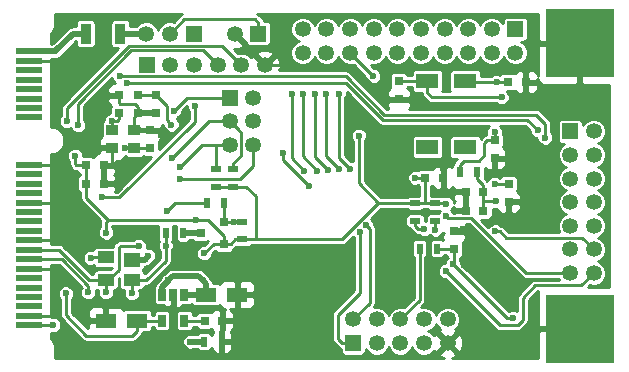
<source format=gbr>
G04 #@! TF.FileFunction,Copper,L2,Bot,Signal*
%FSLAX46Y46*%
G04 Gerber Fmt 4.6, Leading zero omitted, Abs format (unit mm)*
G04 Created by KiCad (PCBNEW 4.0.2+e4-6225~38~ubuntu14.04.1-stable) date Wed 15 Jun 2016 03:03:26 PM ART*
%MOMM*%
G01*
G04 APERTURE LIST*
%ADD10C,0.100000*%
%ADD11R,0.900000X0.500000*%
%ADD12R,1.905000X1.270000*%
%ADD13R,1.800000X1.230000*%
%ADD14R,0.800000X0.750000*%
%ADD15R,0.750000X0.800000*%
%ADD16R,0.500000X0.900000*%
%ADD17R,2.300000X0.600000*%
%ADD18R,1.399540X1.198880*%
%ADD19R,1.399540X1.000760*%
%ADD20R,0.900000X1.700000*%
%ADD21R,1.000000X0.900000*%
%ADD22R,5.800000X5.800000*%
%ADD23R,0.650000X1.060000*%
%ADD24R,1.350000X1.350000*%
%ADD25C,1.350000*%
%ADD26R,0.800100X0.800100*%
%ADD27C,0.600000*%
%ADD28C,0.250000*%
%ADD29C,0.750000*%
%ADD30C,0.500000*%
%ADD31C,0.254000*%
G04 APERTURE END LIST*
D10*
D11*
X84900000Y-117950000D03*
X84900000Y-116450000D03*
X83200000Y-117950000D03*
X83200000Y-116450000D03*
X68550000Y-119520000D03*
X68550000Y-118020000D03*
D12*
X87400000Y-106100000D03*
X87400000Y-111688000D03*
X84225000Y-111688000D03*
X84225000Y-106100000D03*
D13*
X56990000Y-126400000D03*
X59610000Y-126400000D03*
D14*
X55330000Y-114820000D03*
X56830000Y-114820000D03*
D15*
X58140000Y-108810000D03*
X58140000Y-107310000D03*
X60750000Y-111780000D03*
X60750000Y-110280000D03*
X59705000Y-107315000D03*
X59705000Y-108815000D03*
X61280000Y-107315000D03*
X61280000Y-108815000D03*
X81800000Y-106150000D03*
X81800000Y-107650000D03*
D14*
X91050000Y-106200000D03*
X92550000Y-106200000D03*
X88950000Y-117100000D03*
X87450000Y-117100000D03*
X88950000Y-115500000D03*
X87450000Y-115500000D03*
D15*
X86500000Y-120350000D03*
X86500000Y-118850000D03*
X91100000Y-114850000D03*
X91100000Y-116350000D03*
X89900000Y-111150000D03*
X89900000Y-112650000D03*
D14*
X84050000Y-114300000D03*
X85550000Y-114300000D03*
D16*
X65325000Y-128175000D03*
X66825000Y-128175000D03*
X88450000Y-113800000D03*
X86950000Y-113800000D03*
D17*
X50450000Y-103600000D03*
X50450000Y-104400000D03*
X50450000Y-105200000D03*
X50450000Y-106000000D03*
X50450000Y-106800000D03*
X50450000Y-107600000D03*
X50450000Y-108400000D03*
X50450000Y-109200000D03*
X50450000Y-113200000D03*
X50450000Y-114000000D03*
X50450000Y-114800000D03*
X50450000Y-115600000D03*
X50450000Y-116400000D03*
X50450000Y-117200000D03*
X50450000Y-118000000D03*
X50450000Y-118800000D03*
X50450000Y-119600000D03*
X50450000Y-120400000D03*
X50450000Y-121200000D03*
X50450000Y-122000000D03*
X50450000Y-122800000D03*
X50450000Y-123600000D03*
X50450000Y-124400000D03*
X50450000Y-125200000D03*
X50450000Y-126000000D03*
X50450000Y-126800000D03*
D16*
X85050000Y-120300000D03*
X83550000Y-120300000D03*
X62045000Y-118965000D03*
X63545000Y-118965000D03*
X67020000Y-116430000D03*
X65520000Y-116430000D03*
D18*
X59199820Y-121230380D03*
D19*
X59199820Y-122949960D03*
X57000180Y-122949960D03*
X57000180Y-121050040D03*
D20*
X58200000Y-102100000D03*
X55300000Y-102100000D03*
D21*
X59380000Y-111780000D03*
X57530000Y-111780000D03*
X59380000Y-110230000D03*
X57530000Y-110230000D03*
D22*
X97100000Y-127100000D03*
X97100000Y-102900000D03*
D14*
X65350000Y-126400000D03*
X66850000Y-126400000D03*
D23*
X61750000Y-124200000D03*
X62700000Y-124200000D03*
X63650000Y-124200000D03*
X63650000Y-126400000D03*
X61750000Y-126400000D03*
D14*
X55330000Y-113260000D03*
X56830000Y-113260000D03*
D24*
X96300000Y-110375000D03*
D25*
X96300000Y-112375000D03*
X96300000Y-114375000D03*
X96300000Y-116375000D03*
X96300000Y-118375000D03*
X96300000Y-120375000D03*
X96300000Y-122375000D03*
X98300000Y-110375000D03*
X98300000Y-112375000D03*
X98300000Y-114375000D03*
X98300000Y-116375000D03*
X98300000Y-118375000D03*
X98300000Y-120375000D03*
X98300000Y-122375000D03*
D24*
X69900000Y-102100000D03*
D25*
X67900000Y-102100000D03*
D24*
X77925000Y-128300000D03*
D25*
X79925000Y-128300000D03*
X81925000Y-128300000D03*
X83925000Y-128300000D03*
X85925000Y-128300000D03*
X77925000Y-126300000D03*
X79925000Y-126300000D03*
X81925000Y-126300000D03*
X83925000Y-126300000D03*
X85925000Y-126300000D03*
D24*
X60460000Y-104770000D03*
D25*
X62460000Y-104770000D03*
X64460000Y-104770000D03*
X66460000Y-104770000D03*
X68460000Y-104770000D03*
X70460000Y-104770000D03*
D26*
X67020760Y-118010000D03*
X67020760Y-119910000D03*
X65021780Y-118960000D03*
D13*
X68110000Y-124200000D03*
X65490000Y-124200000D03*
D24*
X64420000Y-102120000D03*
D25*
X62420000Y-102120000D03*
X60420000Y-102120000D03*
D24*
X91675000Y-101725000D03*
D25*
X89675000Y-101725000D03*
X87675000Y-101725000D03*
X85675000Y-101725000D03*
X83675000Y-101725000D03*
X81675000Y-101725000D03*
X79675000Y-101725000D03*
X77675000Y-101725000D03*
X75675000Y-101725000D03*
X73675000Y-101725000D03*
X91675000Y-103725000D03*
X89675000Y-103725000D03*
X87675000Y-103725000D03*
X85675000Y-103725000D03*
X83675000Y-103725000D03*
X81675000Y-103725000D03*
X79675000Y-103725000D03*
X77675000Y-103725000D03*
X75675000Y-103725000D03*
X73675000Y-103725000D03*
D24*
X67475000Y-107525000D03*
D25*
X67475000Y-109525000D03*
X67475000Y-111525000D03*
X69475000Y-107525000D03*
X69475000Y-109525000D03*
X69475000Y-111525000D03*
D11*
X66300000Y-113550000D03*
X66300000Y-115050000D03*
X67800000Y-113550000D03*
X67800000Y-115050000D03*
D27*
X57000000Y-106750000D03*
X77400000Y-110750000D03*
X61700000Y-110700000D03*
X52491709Y-108041709D03*
X79150000Y-114100000D03*
X80745446Y-107650000D03*
X79808290Y-109841710D03*
X85850000Y-124050000D03*
X87350000Y-121650000D03*
X70350000Y-123700000D03*
X52900000Y-106400000D03*
X53500000Y-127000000D03*
X52750000Y-116400000D03*
X52750000Y-117600000D03*
X53400000Y-119000000D03*
X53250000Y-113150000D03*
X54650000Y-111150000D03*
X67925000Y-121625000D03*
X87250000Y-118675000D03*
X85550000Y-113450000D03*
X68080000Y-125880000D03*
X92510000Y-107460000D03*
X93910000Y-114510000D03*
X60850000Y-124325000D03*
X87450000Y-116250000D03*
X89900000Y-113750000D03*
X90850000Y-117650000D03*
X57019599Y-118950766D03*
X78400000Y-110750000D03*
X62550000Y-109800000D03*
X91425000Y-126199998D03*
X64600000Y-117850000D03*
X65325000Y-120700000D03*
X54390000Y-112430000D03*
X89900000Y-114800000D03*
X85800000Y-116500000D03*
X89900000Y-110400000D03*
X86400000Y-121600000D03*
X83200000Y-114300000D03*
X57530000Y-109500000D03*
X58580000Y-111780000D03*
X90500000Y-107500000D03*
X90100000Y-106200000D03*
X90000000Y-116300000D03*
X64150000Y-128175000D03*
X60600000Y-120900000D03*
X52550000Y-126775000D03*
X52675000Y-103575000D03*
X79650000Y-105700000D03*
X76700000Y-107200000D03*
X77675000Y-113550000D03*
X78484130Y-118857465D03*
X75650000Y-107175000D03*
X76750000Y-113575000D03*
X79027717Y-118313879D03*
X85775000Y-122225000D03*
X84900000Y-118700000D03*
X89950000Y-118850000D03*
X83950000Y-118650000D03*
X94200000Y-110899998D03*
X58150000Y-105700000D03*
X62180000Y-117100000D03*
X59770000Y-120065000D03*
X57000000Y-124000000D03*
X62050000Y-120070000D03*
X59200000Y-124100000D03*
X55500000Y-124000000D03*
X75800000Y-113625000D03*
X74700000Y-107175000D03*
X74900000Y-113725000D03*
X73675000Y-107200000D03*
X73800000Y-113700000D03*
X72725000Y-107175000D03*
X62600000Y-112625000D03*
X63275000Y-113400000D03*
X62750000Y-108625000D03*
X63250000Y-114375000D03*
X67810000Y-118010000D03*
X71995798Y-112195798D03*
X74200000Y-115025000D03*
X85784018Y-117572348D03*
X64550000Y-108225000D03*
X56675001Y-115974999D03*
X53600000Y-124100000D03*
X54650356Y-109862580D03*
X53699998Y-109500000D03*
X58747410Y-106300000D03*
X93550000Y-110300000D03*
X62275000Y-123000000D03*
X55700000Y-121100000D03*
D28*
X58140000Y-107310000D02*
X57135736Y-107310000D01*
X57135736Y-107310000D02*
X57000000Y-107174264D01*
X57000000Y-106750000D02*
X57000000Y-107174264D01*
X79808290Y-109841710D02*
X79808290Y-110541710D01*
X79808290Y-110541710D02*
X79150000Y-111200000D01*
X79150000Y-111200000D02*
X79150000Y-114100000D01*
X77400000Y-110750000D02*
X78308290Y-109841710D01*
X78308290Y-109841710D02*
X79808290Y-109841710D01*
X67900000Y-102100000D02*
X67900000Y-102325000D01*
X67900000Y-102325000D02*
X70345000Y-104770000D01*
X70345000Y-104770000D02*
X70460000Y-104770000D01*
X60750000Y-110280000D02*
X61280000Y-110280000D01*
X61280000Y-110280000D02*
X61700000Y-110700000D01*
X53975001Y-110850001D02*
X52491709Y-109366709D01*
X52491709Y-109366709D02*
X52491709Y-108041709D01*
X54650000Y-111150000D02*
X54350001Y-110850001D01*
X54350001Y-110850001D02*
X53975001Y-110850001D01*
X81800000Y-107650000D02*
X80745446Y-107650000D01*
X70350000Y-123700000D02*
X70350000Y-124124264D01*
X70350000Y-124124264D02*
X70274264Y-124200000D01*
X70274264Y-124200000D02*
X69260000Y-124200000D01*
X69260000Y-124200000D02*
X68110000Y-124200000D01*
X87250000Y-118675000D02*
X86675000Y-118675000D01*
X86675000Y-118675000D02*
X86500000Y-118850000D01*
X61280000Y-108815000D02*
X59705000Y-108815000D01*
X59380000Y-110230000D02*
X59380000Y-109140000D01*
X59380000Y-109140000D02*
X59705000Y-108815000D01*
X59705000Y-108815000D02*
X59705000Y-108790000D01*
X59705000Y-108790000D02*
X59700000Y-108785000D01*
X59700000Y-108785000D02*
X59700000Y-108300000D01*
X59700000Y-108300000D02*
X59450000Y-108050000D01*
X59450000Y-108050000D02*
X58230000Y-108050000D01*
X58230000Y-108050000D02*
X58140000Y-107960000D01*
X58140000Y-107960000D02*
X58140000Y-107310000D01*
X50450000Y-104400000D02*
X52450000Y-104400000D01*
X52450000Y-104400000D02*
X52900000Y-104850000D01*
X52900000Y-104850000D02*
X52900000Y-106400000D01*
X52850000Y-126000000D02*
X52550000Y-125700000D01*
X52550000Y-125700000D02*
X52550000Y-125300000D01*
X52924264Y-126000000D02*
X52850000Y-126000000D01*
X53500000Y-127000000D02*
X53500000Y-126575736D01*
X53500000Y-126575736D02*
X52924264Y-126000000D01*
X52924264Y-126000000D02*
X51850000Y-126000000D01*
X51850000Y-126000000D02*
X50450000Y-126000000D01*
X50450000Y-116400000D02*
X52750000Y-116400000D01*
X50450000Y-119600000D02*
X52800000Y-119600000D01*
X52800000Y-119600000D02*
X53400000Y-119000000D01*
X50450000Y-113200000D02*
X53200000Y-113200000D01*
X53200000Y-113200000D02*
X53250000Y-113150000D01*
X57530000Y-111780000D02*
X57530000Y-113210000D01*
X57530000Y-113210000D02*
X57480000Y-113260000D01*
X57480000Y-113260000D02*
X56830000Y-113260000D01*
X50450000Y-122000000D02*
X52550000Y-122000000D01*
X52550000Y-122000000D02*
X52800000Y-122000000D01*
X52550000Y-125300000D02*
X52550000Y-122000000D01*
X54525000Y-125325000D02*
X55600000Y-126400000D01*
X55600000Y-126400000D02*
X56990000Y-126400000D01*
X54525000Y-123725000D02*
X54525000Y-125325000D01*
X52800000Y-122000000D02*
X54525000Y-123725000D01*
X80745446Y-107650000D02*
X77865446Y-104770000D01*
X77865446Y-104770000D02*
X71414594Y-104770000D01*
X71414594Y-104770000D02*
X70460000Y-104770000D01*
X85550000Y-115000000D02*
X86050000Y-115500000D01*
X85550000Y-114300000D02*
X85550000Y-115000000D01*
X86050000Y-115500000D02*
X87450000Y-115500000D01*
X85550000Y-113450000D02*
X85550000Y-114300000D01*
X68110000Y-124200000D02*
X68110000Y-125850000D01*
X68110000Y-125850000D02*
X68080000Y-125880000D01*
X92550000Y-107420000D02*
X92510000Y-107460000D01*
X92550000Y-106200000D02*
X92550000Y-107420000D01*
X56990000Y-126400000D02*
X56990000Y-125440000D01*
X60360000Y-125270000D02*
X60850000Y-124780000D01*
X57160000Y-125270000D02*
X60360000Y-125270000D01*
X56990000Y-125440000D02*
X57160000Y-125270000D01*
X62700000Y-124975000D02*
X62700000Y-124200000D01*
X60850000Y-124780000D02*
X60850000Y-125025000D01*
X60850000Y-125025000D02*
X61100000Y-125275000D01*
X61100000Y-125275000D02*
X62400000Y-125275000D01*
X62400000Y-125275000D02*
X62700000Y-124975000D01*
X60850000Y-124325000D02*
X60850000Y-124780000D01*
D29*
X95300000Y-128900000D02*
X97100000Y-127100000D01*
D28*
X87450000Y-116250000D02*
X87450000Y-117100000D01*
X89900000Y-113750000D02*
X89900000Y-112650000D01*
X83550000Y-120300000D02*
X83550000Y-124675000D01*
X83550000Y-124675000D02*
X81925000Y-126300000D01*
X57019599Y-118030401D02*
X57019599Y-118526502D01*
X57019599Y-118526502D02*
X57019599Y-118950766D01*
X57200000Y-117850000D02*
X57019599Y-118030401D01*
X78400000Y-111174264D02*
X78400000Y-110750000D01*
X78400000Y-114775000D02*
X78400000Y-111174264D01*
X80075000Y-116450000D02*
X78400000Y-114775000D01*
X67800000Y-115050000D02*
X68900000Y-115050000D01*
X68900000Y-115050000D02*
X69700000Y-115850000D01*
X69700000Y-115850000D02*
X69700000Y-119520000D01*
X68550000Y-119520000D02*
X69700000Y-119520000D01*
X69700000Y-119520000D02*
X77005000Y-119520000D01*
X66300000Y-115050000D02*
X67800000Y-115050000D01*
X83200000Y-116450000D02*
X84025000Y-116450000D01*
X84025000Y-116450000D02*
X84900000Y-116450000D01*
X84050000Y-114300000D02*
X84050000Y-116425000D01*
X84050000Y-116425000D02*
X84025000Y-116450000D01*
X84900000Y-116450000D02*
X85750000Y-116450000D01*
X85750000Y-116450000D02*
X85800000Y-116500000D01*
X62150001Y-109400001D02*
X62250001Y-109500001D01*
X62150001Y-108210001D02*
X62150001Y-109400001D01*
X61280000Y-107315000D02*
X61280000Y-107340000D01*
X61280000Y-107340000D02*
X62150001Y-108210001D01*
X62250001Y-109500001D02*
X62550000Y-109800000D01*
X77005000Y-119520000D02*
X80075000Y-116450000D01*
X80075000Y-116450000D02*
X83200000Y-116450000D01*
X91000736Y-126199998D02*
X91425000Y-126199998D01*
X86400000Y-121600000D02*
X90999998Y-126199998D01*
X90999998Y-126199998D02*
X91000736Y-126199998D01*
X69625000Y-100900000D02*
X63640000Y-100900000D01*
X63640000Y-100900000D02*
X62420000Y-102120000D01*
X69900000Y-102100000D02*
X69900000Y-101175000D01*
X69900000Y-101175000D02*
X69625000Y-100900000D01*
X55330000Y-114820000D02*
X55330000Y-115980000D01*
X55330000Y-115980000D02*
X57200000Y-117850000D01*
X57200000Y-117850000D02*
X64600000Y-117850000D01*
X64600000Y-117850000D02*
X65610810Y-117850000D01*
X65610810Y-117850000D02*
X67020760Y-119259950D01*
X67020760Y-119259950D02*
X67020760Y-119910000D01*
X67020760Y-119910000D02*
X66115000Y-119910000D01*
X66115000Y-119910000D02*
X65325000Y-120700000D01*
X68550000Y-119520000D02*
X67955000Y-119520000D01*
X67955000Y-119520000D02*
X67565000Y-119910000D01*
X67565000Y-119910000D02*
X67020760Y-119910000D01*
X59705000Y-107315000D02*
X61280000Y-107315000D01*
X54390000Y-113150000D02*
X54500000Y-113260000D01*
X54500000Y-113260000D02*
X55330000Y-113260000D01*
X54390000Y-112430000D02*
X54390000Y-113150000D01*
X55330000Y-114820000D02*
X55330000Y-113260000D01*
X86950000Y-113800000D02*
X86950000Y-113200000D01*
X89300000Y-111150000D02*
X89900000Y-111150000D01*
X89050000Y-111400000D02*
X89300000Y-111150000D01*
X89050000Y-112400000D02*
X89050000Y-111400000D01*
X88600000Y-112850000D02*
X89050000Y-112400000D01*
X87300000Y-112850000D02*
X88600000Y-112850000D01*
X86950000Y-113200000D02*
X87300000Y-112850000D01*
X85050000Y-120300000D02*
X86450000Y-120300000D01*
X86450000Y-120300000D02*
X86500000Y-120350000D01*
X91100000Y-114850000D02*
X89950000Y-114850000D01*
X89950000Y-114850000D02*
X89900000Y-114800000D01*
X89900000Y-110400000D02*
X89900000Y-111150000D01*
X86500000Y-120350000D02*
X86500000Y-121500000D01*
X86500000Y-121500000D02*
X86400000Y-121600000D01*
X83200000Y-114300000D02*
X84050000Y-114300000D01*
X58110000Y-109344264D02*
X58110000Y-108840000D01*
X58110000Y-108840000D02*
X58140000Y-108810000D01*
X57530000Y-109500000D02*
X57954264Y-109500000D01*
X57954264Y-109500000D02*
X58110000Y-109344264D01*
X57530000Y-109500000D02*
X57530000Y-110230000D01*
X60750000Y-111780000D02*
X59380000Y-111780000D01*
X58580000Y-111780000D02*
X59380000Y-111780000D01*
X84225000Y-107125000D02*
X84225000Y-106100000D01*
X84600000Y-107500000D02*
X84225000Y-107125000D01*
X90500000Y-107500000D02*
X84600000Y-107500000D01*
X84275000Y-106050000D02*
X84225000Y-106100000D01*
X84225000Y-106100000D02*
X81850000Y-106100000D01*
X81850000Y-106100000D02*
X81800000Y-106150000D01*
X84225000Y-105575000D02*
X84225000Y-106100000D01*
X90100000Y-106200000D02*
X87500000Y-106200000D01*
X87500000Y-106200000D02*
X87400000Y-106100000D01*
X90100000Y-106200000D02*
X91050000Y-106200000D01*
X88450000Y-113800000D02*
X88450000Y-114450000D01*
X88950000Y-114950000D02*
X88950000Y-115500000D01*
X88450000Y-114450000D02*
X88950000Y-114950000D01*
X90000000Y-116300000D02*
X88950000Y-116300000D01*
X88950000Y-116300000D02*
X89000000Y-116300000D01*
X89000000Y-116300000D02*
X88950000Y-116300000D01*
X88950000Y-117100000D02*
X88950000Y-116300000D01*
X88950000Y-116300000D02*
X88950000Y-115500000D01*
D30*
X64150000Y-128175000D02*
X65325000Y-128175000D01*
X60269620Y-121230380D02*
X59199820Y-121230380D01*
X60600000Y-120900000D02*
X60269620Y-121230380D01*
D28*
X52525000Y-126800000D02*
X52550000Y-126775000D01*
X50450000Y-126800000D02*
X52525000Y-126800000D01*
D30*
X50450000Y-103600000D02*
X52720000Y-103600000D01*
X52720000Y-103600000D02*
X54220000Y-102100000D01*
X54220000Y-102100000D02*
X55300000Y-102100000D01*
X58200000Y-102100000D02*
X60420000Y-102100000D01*
D28*
X79650000Y-105700000D02*
X77675000Y-103725000D01*
X77675000Y-113550000D02*
X76725000Y-112600000D01*
X76725000Y-112600000D02*
X76725000Y-107225000D01*
X76725000Y-107225000D02*
X76700000Y-107200000D01*
X77925000Y-128300000D02*
X77000000Y-128300000D01*
X77000000Y-128300000D02*
X76633298Y-127933298D01*
X76633298Y-127933298D02*
X76633298Y-125891702D01*
X78475000Y-118866595D02*
X78484130Y-118857465D01*
X76633298Y-125891702D02*
X78475000Y-124050000D01*
X78475000Y-124050000D02*
X78475000Y-118866595D01*
X76750000Y-113575000D02*
X75650000Y-112475000D01*
X75650000Y-112475000D02*
X75650000Y-107175000D01*
X77925000Y-126300000D02*
X79327716Y-124897284D01*
X79327716Y-118613878D02*
X79027717Y-118313879D01*
X79327716Y-124897284D02*
X79327716Y-118613878D01*
X93350000Y-123425000D02*
X97250000Y-123425000D01*
X97250000Y-123425000D02*
X98300000Y-122375000D01*
X92300000Y-124475000D02*
X93350000Y-123425000D01*
X92300000Y-126350000D02*
X92300000Y-124475000D01*
X91872601Y-126777399D02*
X92300000Y-126350000D01*
X85775000Y-122225000D02*
X90327399Y-126777399D01*
X90327399Y-126777399D02*
X91872601Y-126777399D01*
X84900000Y-118700000D02*
X84900000Y-117950000D01*
X90899264Y-119375000D02*
X97300000Y-119375000D01*
X97300000Y-119375000D02*
X98300000Y-120375000D01*
X89950000Y-118850000D02*
X90374264Y-118850000D01*
X90374264Y-118850000D02*
X90899264Y-119375000D01*
X83200000Y-117950000D02*
X83200000Y-118400000D01*
X83450000Y-118650000D02*
X83950000Y-118650000D01*
X83200000Y-118400000D02*
X83450000Y-118650000D01*
X93400000Y-108950000D02*
X94200000Y-109750000D01*
X94200000Y-110475734D02*
X94200000Y-110899998D01*
X58150000Y-105700000D02*
X58574264Y-105700000D01*
X80550000Y-108950000D02*
X93400000Y-108950000D01*
X58574264Y-105700000D02*
X58596665Y-105722401D01*
X58596665Y-105722401D02*
X77322401Y-105722401D01*
X77322401Y-105722401D02*
X80550000Y-108950000D01*
X94200000Y-109750000D02*
X94200000Y-110475734D01*
X65350000Y-126400000D02*
X63650000Y-126400000D01*
X62180000Y-117100000D02*
X62850000Y-116430000D01*
X62850000Y-116430000D02*
X65520000Y-116430000D01*
X57000180Y-122949960D02*
X57199570Y-122949960D01*
X57199570Y-122949960D02*
X58070000Y-122079530D01*
X58070000Y-122079530D02*
X58070000Y-120210000D01*
X58070000Y-120210000D02*
X58215000Y-120065000D01*
X58215000Y-120065000D02*
X59345736Y-120065000D01*
X59345736Y-120065000D02*
X59770000Y-120065000D01*
X55599960Y-122949960D02*
X53050000Y-120400000D01*
X53050000Y-120400000D02*
X50450000Y-120400000D01*
X57000000Y-124000000D02*
X57000180Y-123999820D01*
X57000180Y-123999820D02*
X57000180Y-122949960D01*
X50466700Y-120383300D02*
X50450000Y-120400000D01*
X57000180Y-122949960D02*
X55599960Y-122949960D01*
X59199820Y-122949960D02*
X60430040Y-122949960D01*
X62050000Y-121330000D02*
X62050000Y-120070000D01*
X60430040Y-122949960D02*
X62050000Y-121330000D01*
X62045000Y-118965000D02*
X62045000Y-120065000D01*
X62045000Y-120065000D02*
X62050000Y-120070000D01*
X62070000Y-118990000D02*
X62045000Y-118965000D01*
X59200000Y-124100000D02*
X59199820Y-124099820D01*
X59199820Y-124099820D02*
X59199820Y-122949960D01*
X55500000Y-123450000D02*
X53250000Y-121200000D01*
X53250000Y-121200000D02*
X52700000Y-121200000D01*
X52700000Y-121200000D02*
X50450000Y-121200000D01*
X55500000Y-124000000D02*
X55500000Y-123450000D01*
X74700000Y-107175000D02*
X74700000Y-112525000D01*
X74700000Y-112525000D02*
X75800000Y-113625000D01*
X73675000Y-107200000D02*
X73675000Y-112500000D01*
X73675000Y-112500000D02*
X74900000Y-113725000D01*
X72725000Y-112625000D02*
X73800000Y-113700000D01*
X72725000Y-107175000D02*
X72725000Y-112625000D01*
X67800000Y-113550000D02*
X67800000Y-113050000D01*
X67800000Y-113050000D02*
X68427401Y-112422599D01*
X68427401Y-112422599D02*
X68427401Y-110477401D01*
X68427401Y-110477401D02*
X68149999Y-110199999D01*
X68149999Y-110199999D02*
X67475000Y-109525000D01*
X62600000Y-112625000D02*
X65700000Y-109525000D01*
X65700000Y-109525000D02*
X67475000Y-109525000D01*
X65125000Y-111525000D02*
X66300000Y-111525000D01*
X66300000Y-111525000D02*
X67475000Y-111525000D01*
X66300000Y-113550000D02*
X66300000Y-111525000D01*
X63275000Y-113400000D02*
X63275000Y-113375000D01*
X63275000Y-113375000D02*
X65125000Y-111525000D01*
X62750000Y-108625000D02*
X63850000Y-107525000D01*
X63850000Y-107525000D02*
X67475000Y-107525000D01*
X63250000Y-114375000D02*
X68375000Y-114375000D01*
X68375000Y-114375000D02*
X69475000Y-113275000D01*
X69475000Y-113275000D02*
X69475000Y-111525000D01*
X67020760Y-118010000D02*
X67810000Y-118010000D01*
X67810000Y-118010000D02*
X68540000Y-118010000D01*
X68540000Y-118010000D02*
X68550000Y-118020000D01*
X67020000Y-116430000D02*
X67020000Y-118009240D01*
X67020000Y-118009240D02*
X67020760Y-118010000D01*
D30*
X63545000Y-118965000D02*
X65016780Y-118965000D01*
X65016780Y-118965000D02*
X65021780Y-118960000D01*
D28*
X71995798Y-112820798D02*
X71995798Y-112620062D01*
X74200000Y-115025000D02*
X71995798Y-112820798D01*
X71995798Y-112620062D02*
X71995798Y-112195798D01*
X92550000Y-122375000D02*
X87927401Y-117752401D01*
X87927401Y-117752401D02*
X85964071Y-117752401D01*
X85964071Y-117752401D02*
X85784018Y-117572348D01*
X96300000Y-122375000D02*
X92550000Y-122375000D01*
X64550000Y-108649264D02*
X64550000Y-108225000D01*
X64550000Y-109550000D02*
X64550000Y-108649264D01*
X58125001Y-115974999D02*
X64550000Y-109550000D01*
X56675001Y-115974999D02*
X58125001Y-115974999D01*
X59250000Y-127675000D02*
X59610000Y-127315000D01*
X59610000Y-127315000D02*
X59610000Y-126400000D01*
X55350000Y-127675000D02*
X59250000Y-127675000D01*
X53600000Y-125925000D02*
X55350000Y-127675000D01*
X53600000Y-124100000D02*
X53600000Y-125925000D01*
X59610000Y-126400000D02*
X61750000Y-126400000D01*
X54650356Y-109438316D02*
X54650356Y-109862580D01*
X65210000Y-103520000D02*
X59150000Y-103520000D01*
X66460000Y-104770000D02*
X65210000Y-103520000D01*
X54650356Y-108019644D02*
X54650356Y-109438316D01*
X59150000Y-103520000D02*
X54650356Y-108019644D01*
X53699998Y-109075736D02*
X53699998Y-109500000D01*
X53699998Y-108400909D02*
X53699998Y-109075736D01*
X58990907Y-103110000D02*
X53699998Y-108400909D01*
X68460000Y-104770000D02*
X66800000Y-103110000D01*
X66800000Y-103110000D02*
X58990907Y-103110000D01*
X59171674Y-106300000D02*
X58747410Y-106300000D01*
X59194273Y-106277401D02*
X59171674Y-106300000D01*
X80430906Y-109400000D02*
X77308307Y-106277401D01*
X77308307Y-106277401D02*
X59194273Y-106277401D01*
X93550000Y-110300000D02*
X92650000Y-109400000D01*
X92650000Y-109400000D02*
X80430906Y-109400000D01*
D30*
X65200000Y-123000000D02*
X64825000Y-122625000D01*
X65490000Y-124200000D02*
X65490000Y-123290000D01*
X65490000Y-123290000D02*
X65200000Y-123000000D01*
X62650000Y-122625000D02*
X62275000Y-123000000D01*
X64825000Y-122625000D02*
X62650000Y-122625000D01*
X62275000Y-123000000D02*
X62300000Y-123000000D01*
X61750000Y-123550000D02*
X62300000Y-123000000D01*
X61750000Y-124200000D02*
X61750000Y-123550000D01*
X63650000Y-124200000D02*
X65490000Y-124200000D01*
D28*
X55749960Y-121050040D02*
X57000180Y-121050040D01*
X55700000Y-121100000D02*
X55749960Y-121050040D01*
D31*
G36*
X82471546Y-116970865D02*
X82598866Y-117057859D01*
X82750000Y-117088464D01*
X83650000Y-117088464D01*
X83791190Y-117061897D01*
X83920865Y-116978454D01*
X83936207Y-116956000D01*
X84161981Y-116956000D01*
X84171546Y-116970865D01*
X84298866Y-117057859D01*
X84450000Y-117088464D01*
X85304826Y-117088464D01*
X85207031Y-117186089D01*
X85154940Y-117311536D01*
X84450000Y-117311536D01*
X84308810Y-117338103D01*
X84179135Y-117421546D01*
X84092141Y-117548866D01*
X84061536Y-117700000D01*
X84061536Y-117969097D01*
X84038464Y-117969077D01*
X84038464Y-117700000D01*
X84011897Y-117558810D01*
X83928454Y-117429135D01*
X83801134Y-117342141D01*
X83650000Y-117311536D01*
X82750000Y-117311536D01*
X82608810Y-117338103D01*
X82479135Y-117421546D01*
X82392141Y-117548866D01*
X82361536Y-117700000D01*
X82361536Y-118200000D01*
X82388103Y-118341190D01*
X82471546Y-118470865D01*
X82598866Y-118557859D01*
X82730711Y-118584558D01*
X82732517Y-118593638D01*
X82842204Y-118757796D01*
X83092204Y-119007796D01*
X83256362Y-119117483D01*
X83450000Y-119156000D01*
X83492877Y-119156000D01*
X83563741Y-119226987D01*
X83813946Y-119330882D01*
X84084865Y-119331118D01*
X84335252Y-119227661D01*
X84399989Y-119163037D01*
X84513741Y-119276987D01*
X84763946Y-119380882D01*
X85034865Y-119381118D01*
X85285252Y-119277661D01*
X85476987Y-119086259D01*
X85522355Y-118977002D01*
X85648748Y-118977002D01*
X85490000Y-119135750D01*
X85490000Y-119376309D01*
X85572260Y-119574903D01*
X85451134Y-119492141D01*
X85300000Y-119461536D01*
X84800000Y-119461536D01*
X84658810Y-119488103D01*
X84529135Y-119571546D01*
X84442141Y-119698866D01*
X84411536Y-119850000D01*
X84411536Y-120750000D01*
X84438103Y-120891190D01*
X84521546Y-121020865D01*
X84648866Y-121107859D01*
X84800000Y-121138464D01*
X85300000Y-121138464D01*
X85441190Y-121111897D01*
X85570865Y-121028454D01*
X85657859Y-120901134D01*
X85677124Y-120806000D01*
X85747073Y-120806000D01*
X85763103Y-120891190D01*
X85846546Y-121020865D01*
X85947278Y-121089692D01*
X85823013Y-121213741D01*
X85719118Y-121463946D01*
X85719048Y-121543951D01*
X85640135Y-121543882D01*
X85389748Y-121647339D01*
X85198013Y-121838741D01*
X85094118Y-122088946D01*
X85093882Y-122359865D01*
X85197339Y-122610252D01*
X85388741Y-122801987D01*
X85638946Y-122905882D01*
X85740378Y-122905970D01*
X89969603Y-127135195D01*
X90133761Y-127244882D01*
X90327399Y-127283399D01*
X91872601Y-127283399D01*
X92066239Y-127244882D01*
X92230397Y-127135195D01*
X92657796Y-126707796D01*
X92767483Y-126543638D01*
X92806000Y-126350000D01*
X92806000Y-124684592D01*
X93559592Y-123931000D01*
X93624104Y-123931000D01*
X93565000Y-124073690D01*
X93565000Y-126814250D01*
X93723750Y-126973000D01*
X96973000Y-126973000D01*
X96973000Y-126953000D01*
X97227000Y-126953000D01*
X97227000Y-126973000D01*
X97247000Y-126973000D01*
X97247000Y-127227000D01*
X97227000Y-127227000D01*
X97227000Y-127247000D01*
X96973000Y-127247000D01*
X96973000Y-127227000D01*
X93723750Y-127227000D01*
X93565000Y-127385750D01*
X93565000Y-129569000D01*
X86317281Y-129569000D01*
X86603781Y-129450328D01*
X86662542Y-129217147D01*
X85925000Y-128479605D01*
X85187458Y-129217147D01*
X85246219Y-129450328D01*
X85585212Y-129569000D01*
X52681000Y-129569000D01*
X52681000Y-128650000D01*
X52672719Y-128608367D01*
X52672719Y-128565917D01*
X52611823Y-128259770D01*
X52547468Y-128104402D01*
X52547464Y-128104398D01*
X52377000Y-127849281D01*
X52377000Y-127440541D01*
X52413946Y-127455882D01*
X52684865Y-127456118D01*
X52935252Y-127352661D01*
X53126987Y-127161259D01*
X53230882Y-126911054D01*
X53231118Y-126640135D01*
X53127661Y-126389748D01*
X52936259Y-126198013D01*
X52686054Y-126094118D01*
X52415135Y-126093882D01*
X52377000Y-126109639D01*
X52377000Y-124234865D01*
X52918882Y-124234865D01*
X53022339Y-124485252D01*
X53094000Y-124557038D01*
X53094000Y-125925000D01*
X53132517Y-126118638D01*
X53242204Y-126282796D01*
X54992204Y-128032796D01*
X55156362Y-128142483D01*
X55350000Y-128181000D01*
X59250000Y-128181000D01*
X59443638Y-128142483D01*
X59607796Y-128032796D01*
X59967796Y-127672796D01*
X60077483Y-127508638D01*
X60098403Y-127403464D01*
X60510000Y-127403464D01*
X60651190Y-127376897D01*
X60780865Y-127293454D01*
X60867859Y-127166134D01*
X60898464Y-127015000D01*
X60898464Y-126906000D01*
X61036536Y-126906000D01*
X61036536Y-126930000D01*
X61063103Y-127071190D01*
X61146546Y-127200865D01*
X61273866Y-127287859D01*
X61425000Y-127318464D01*
X62075000Y-127318464D01*
X62216190Y-127291897D01*
X62345865Y-127208454D01*
X62432859Y-127081134D01*
X62463464Y-126930000D01*
X62463464Y-125870000D01*
X62936536Y-125870000D01*
X62936536Y-126930000D01*
X62963103Y-127071190D01*
X63046546Y-127200865D01*
X63173866Y-127287859D01*
X63325000Y-127318464D01*
X63975000Y-127318464D01*
X64116190Y-127291897D01*
X64245865Y-127208454D01*
X64332859Y-127081134D01*
X64363464Y-126930000D01*
X64363464Y-126906000D01*
X64586186Y-126906000D01*
X64588103Y-126916190D01*
X64671546Y-127045865D01*
X64798866Y-127132859D01*
X64950000Y-127163464D01*
X65750000Y-127163464D01*
X65891190Y-127136897D01*
X65908081Y-127126028D01*
X65911673Y-127134699D01*
X66089475Y-127312500D01*
X66036673Y-127365301D01*
X65940000Y-127598690D01*
X65940000Y-127600301D01*
X65936897Y-127583810D01*
X65853454Y-127454135D01*
X65726134Y-127367141D01*
X65575000Y-127336536D01*
X65075000Y-127336536D01*
X64933810Y-127363103D01*
X64804135Y-127446546D01*
X64737548Y-127544000D01*
X64406182Y-127544000D01*
X64286054Y-127494118D01*
X64015135Y-127493882D01*
X63764748Y-127597339D01*
X63573013Y-127788741D01*
X63469118Y-128038946D01*
X63468882Y-128309865D01*
X63572339Y-128560252D01*
X63763741Y-128751987D01*
X64013946Y-128855882D01*
X64284865Y-128856118D01*
X64406161Y-128806000D01*
X64738720Y-128806000D01*
X64796546Y-128895865D01*
X64923866Y-128982859D01*
X65075000Y-129013464D01*
X65575000Y-129013464D01*
X65716190Y-128986897D01*
X65845865Y-128903454D01*
X65932859Y-128776134D01*
X65940000Y-128740870D01*
X65940000Y-128751310D01*
X66036673Y-128984699D01*
X66215302Y-129163327D01*
X66448691Y-129260000D01*
X66541250Y-129260000D01*
X66700000Y-129101250D01*
X66700000Y-128302000D01*
X66950000Y-128302000D01*
X66950000Y-129101250D01*
X67108750Y-129260000D01*
X67201309Y-129260000D01*
X67434698Y-129163327D01*
X67613327Y-128984699D01*
X67710000Y-128751310D01*
X67710000Y-128460750D01*
X67551250Y-128302000D01*
X66950000Y-128302000D01*
X66700000Y-128302000D01*
X66678000Y-128302000D01*
X66678000Y-128048000D01*
X66700000Y-128048000D01*
X66700000Y-127274250D01*
X66723000Y-127251250D01*
X66723000Y-127248750D01*
X66950000Y-127248750D01*
X66950000Y-128048000D01*
X67551250Y-128048000D01*
X67710000Y-127889250D01*
X67710000Y-127598690D01*
X67613327Y-127365301D01*
X67575513Y-127327487D01*
X67609698Y-127313327D01*
X67788327Y-127134699D01*
X67885000Y-126901310D01*
X67885000Y-126685750D01*
X67726250Y-126527000D01*
X66977000Y-126527000D01*
X66977000Y-127221750D01*
X66950000Y-127248750D01*
X66723000Y-127248750D01*
X66723000Y-126527000D01*
X66703000Y-126527000D01*
X66703000Y-126273000D01*
X66723000Y-126273000D01*
X66723000Y-125548750D01*
X66564250Y-125390000D01*
X66323691Y-125390000D01*
X66090302Y-125486673D01*
X65911673Y-125665301D01*
X65908754Y-125672348D01*
X65901134Y-125667141D01*
X65750000Y-125636536D01*
X64950000Y-125636536D01*
X64808810Y-125663103D01*
X64679135Y-125746546D01*
X64592141Y-125873866D01*
X64588064Y-125894000D01*
X64363464Y-125894000D01*
X64363464Y-125870000D01*
X64336897Y-125728810D01*
X64253454Y-125599135D01*
X64126134Y-125512141D01*
X63975000Y-125481536D01*
X63325000Y-125481536D01*
X63183810Y-125508103D01*
X63054135Y-125591546D01*
X62967141Y-125718866D01*
X62936536Y-125870000D01*
X62463464Y-125870000D01*
X62436897Y-125728810D01*
X62353454Y-125599135D01*
X62226134Y-125512141D01*
X62075000Y-125481536D01*
X61425000Y-125481536D01*
X61283810Y-125508103D01*
X61154135Y-125591546D01*
X61067141Y-125718866D01*
X61036536Y-125870000D01*
X61036536Y-125894000D01*
X60898464Y-125894000D01*
X60898464Y-125785000D01*
X60871897Y-125643810D01*
X60788454Y-125514135D01*
X60661134Y-125427141D01*
X60510000Y-125396536D01*
X58710000Y-125396536D01*
X58568810Y-125423103D01*
X58457172Y-125494939D01*
X58428327Y-125425301D01*
X58249698Y-125246673D01*
X58016309Y-125150000D01*
X57275750Y-125150000D01*
X57117000Y-125308750D01*
X57117000Y-126273000D01*
X57137000Y-126273000D01*
X57137000Y-126527000D01*
X57117000Y-126527000D01*
X57117000Y-126547000D01*
X56863000Y-126547000D01*
X56863000Y-126527000D01*
X55613750Y-126527000D01*
X55455000Y-126685750D01*
X55455000Y-127064408D01*
X54106000Y-125715408D01*
X54106000Y-125658690D01*
X55455000Y-125658690D01*
X55455000Y-126114250D01*
X55613750Y-126273000D01*
X56863000Y-126273000D01*
X56863000Y-125308750D01*
X56704250Y-125150000D01*
X55963691Y-125150000D01*
X55730302Y-125246673D01*
X55551673Y-125425301D01*
X55455000Y-125658690D01*
X54106000Y-125658690D01*
X54106000Y-124557123D01*
X54176987Y-124486259D01*
X54280882Y-124236054D01*
X54281118Y-123965135D01*
X54177661Y-123714748D01*
X53986259Y-123523013D01*
X53736054Y-123419118D01*
X53465135Y-123418882D01*
X53214748Y-123522339D01*
X53023013Y-123713741D01*
X52919118Y-123963946D01*
X52918882Y-124234865D01*
X52377000Y-124234865D01*
X52377000Y-121706000D01*
X53040408Y-121706000D01*
X54935592Y-123601184D01*
X54923013Y-123613741D01*
X54819118Y-123863946D01*
X54818882Y-124134865D01*
X54922339Y-124385252D01*
X55113741Y-124576987D01*
X55363946Y-124680882D01*
X55634865Y-124681118D01*
X55885252Y-124577661D01*
X56076987Y-124386259D01*
X56180882Y-124136054D01*
X56181118Y-123865135D01*
X56158352Y-123810037D01*
X56300410Y-123838804D01*
X56329558Y-123838804D01*
X56319118Y-123863946D01*
X56318882Y-124134865D01*
X56422339Y-124385252D01*
X56613741Y-124576987D01*
X56863946Y-124680882D01*
X57134865Y-124681118D01*
X57385252Y-124577661D01*
X57576987Y-124386259D01*
X57680882Y-124136054D01*
X57681118Y-123865135D01*
X57670238Y-123838804D01*
X57699950Y-123838804D01*
X57841140Y-123812237D01*
X57970815Y-123728794D01*
X58057809Y-123601474D01*
X58088414Y-123450340D01*
X58088414Y-122776708D01*
X58111586Y-122753536D01*
X58111586Y-123450340D01*
X58138153Y-123591530D01*
X58221596Y-123721205D01*
X58348916Y-123808199D01*
X58500050Y-123838804D01*
X58571082Y-123838804D01*
X58519118Y-123963946D01*
X58518882Y-124234865D01*
X58622339Y-124485252D01*
X58813741Y-124676987D01*
X59063946Y-124780882D01*
X59334865Y-124781118D01*
X59585252Y-124677661D01*
X59776987Y-124486259D01*
X59880882Y-124236054D01*
X59881118Y-123965135D01*
X59828919Y-123838804D01*
X59899590Y-123838804D01*
X60040780Y-123812237D01*
X60170455Y-123728794D01*
X60210627Y-123670000D01*
X61036536Y-123670000D01*
X61036536Y-124730000D01*
X61063103Y-124871190D01*
X61146546Y-125000865D01*
X61273866Y-125087859D01*
X61425000Y-125118464D01*
X61865439Y-125118464D01*
X62015301Y-125268327D01*
X62248690Y-125365000D01*
X62414250Y-125365000D01*
X62573000Y-125206250D01*
X62573000Y-124327000D01*
X62553000Y-124327000D01*
X62553000Y-124073000D01*
X62573000Y-124073000D01*
X62573000Y-124053000D01*
X62827000Y-124053000D01*
X62827000Y-124073000D01*
X62847000Y-124073000D01*
X62847000Y-124327000D01*
X62827000Y-124327000D01*
X62827000Y-125206250D01*
X62985750Y-125365000D01*
X63151310Y-125365000D01*
X63384699Y-125268327D01*
X63534561Y-125118464D01*
X63975000Y-125118464D01*
X64116190Y-125091897D01*
X64245865Y-125008454D01*
X64254037Y-124996493D01*
X64311546Y-125085865D01*
X64438866Y-125172859D01*
X64590000Y-125203464D01*
X66390000Y-125203464D01*
X66531190Y-125176897D01*
X66642828Y-125105061D01*
X66671673Y-125174699D01*
X66850302Y-125353327D01*
X67078076Y-125447674D01*
X66977000Y-125548750D01*
X66977000Y-126273000D01*
X67726250Y-126273000D01*
X67885000Y-126114250D01*
X67885000Y-125898690D01*
X67788327Y-125665301D01*
X67609698Y-125486673D01*
X67521162Y-125450000D01*
X67824250Y-125450000D01*
X67983000Y-125291250D01*
X67983000Y-124327000D01*
X68237000Y-124327000D01*
X68237000Y-125291250D01*
X68395750Y-125450000D01*
X69136309Y-125450000D01*
X69369698Y-125353327D01*
X69548327Y-125174699D01*
X69645000Y-124941310D01*
X69645000Y-124485750D01*
X69486250Y-124327000D01*
X68237000Y-124327000D01*
X67983000Y-124327000D01*
X67963000Y-124327000D01*
X67963000Y-124073000D01*
X67983000Y-124073000D01*
X67983000Y-123108750D01*
X68237000Y-123108750D01*
X68237000Y-124073000D01*
X69486250Y-124073000D01*
X69645000Y-123914250D01*
X69645000Y-123458690D01*
X69548327Y-123225301D01*
X69369698Y-123046673D01*
X69136309Y-122950000D01*
X68395750Y-122950000D01*
X68237000Y-123108750D01*
X67983000Y-123108750D01*
X67824250Y-122950000D01*
X67083691Y-122950000D01*
X66850302Y-123046673D01*
X66671673Y-123225301D01*
X66642283Y-123296253D01*
X66541134Y-123227141D01*
X66390000Y-123196536D01*
X66102409Y-123196536D01*
X66072968Y-123048527D01*
X65936184Y-122843816D01*
X65271184Y-122178816D01*
X65066473Y-122042032D01*
X64825000Y-121994000D01*
X62650000Y-121994000D01*
X62408527Y-122042032D01*
X62203816Y-122178816D01*
X62009965Y-122372667D01*
X61889748Y-122422339D01*
X61698013Y-122613741D01*
X61629930Y-122777701D01*
X61303816Y-123103816D01*
X61167032Y-123308527D01*
X61149033Y-123399013D01*
X61067141Y-123518866D01*
X61036536Y-123670000D01*
X60210627Y-123670000D01*
X60257449Y-123601474D01*
X60286916Y-123455960D01*
X60430040Y-123455960D01*
X60623678Y-123417443D01*
X60787836Y-123307756D01*
X62407796Y-121687796D01*
X62517483Y-121523638D01*
X62556000Y-121330000D01*
X62556000Y-120527123D01*
X62626987Y-120456259D01*
X62730882Y-120206054D01*
X62731118Y-119935135D01*
X62627661Y-119684748D01*
X62594506Y-119651536D01*
X62652859Y-119566134D01*
X62683464Y-119415000D01*
X62683464Y-118515000D01*
X62656897Y-118373810D01*
X62645437Y-118356000D01*
X62942516Y-118356000D01*
X62937141Y-118363866D01*
X62906536Y-118515000D01*
X62906536Y-119415000D01*
X62933103Y-119556190D01*
X63016546Y-119685865D01*
X63143866Y-119772859D01*
X63295000Y-119803464D01*
X63795000Y-119803464D01*
X63936190Y-119776897D01*
X64065865Y-119693454D01*
X64132452Y-119596000D01*
X64320809Y-119596000D01*
X64343276Y-119630915D01*
X64470596Y-119717909D01*
X64621730Y-119748514D01*
X65421830Y-119748514D01*
X65563020Y-119721947D01*
X65631574Y-119677834D01*
X65290439Y-120018969D01*
X65190135Y-120018882D01*
X64939748Y-120122339D01*
X64748013Y-120313741D01*
X64644118Y-120563946D01*
X64643882Y-120834865D01*
X64747339Y-121085252D01*
X64938741Y-121276987D01*
X65188946Y-121380882D01*
X65459865Y-121381118D01*
X65710252Y-121277661D01*
X65901987Y-121086259D01*
X66005882Y-120836054D01*
X66005970Y-120734622D01*
X66270770Y-120469822D01*
X66342256Y-120580915D01*
X66469576Y-120667909D01*
X66620710Y-120698514D01*
X67420810Y-120698514D01*
X67562000Y-120671947D01*
X67691675Y-120588504D01*
X67778669Y-120461184D01*
X67801405Y-120348907D01*
X67922796Y-120267796D01*
X68043558Y-120147034D01*
X68100000Y-120158464D01*
X69000000Y-120158464D01*
X69141190Y-120131897D01*
X69270865Y-120048454D01*
X69286207Y-120026000D01*
X77005000Y-120026000D01*
X77198638Y-119987483D01*
X77362796Y-119877796D01*
X77952132Y-119288460D01*
X77969000Y-119305357D01*
X77969000Y-123840408D01*
X76275502Y-125533906D01*
X76165815Y-125698064D01*
X76127298Y-125891702D01*
X76127298Y-127933298D01*
X76165815Y-128126936D01*
X76275502Y-128291094D01*
X76642204Y-128657796D01*
X76806362Y-128767483D01*
X76861536Y-128778458D01*
X76861536Y-128975000D01*
X76888103Y-129116190D01*
X76971546Y-129245865D01*
X77098866Y-129332859D01*
X77250000Y-129363464D01*
X78600000Y-129363464D01*
X78741190Y-129336897D01*
X78870865Y-129253454D01*
X78957859Y-129126134D01*
X78988464Y-128975000D01*
X78988464Y-128798697D01*
X79029245Y-128897394D01*
X79326043Y-129194711D01*
X79714027Y-129355816D01*
X80134130Y-129356183D01*
X80522394Y-129195755D01*
X80819711Y-128898957D01*
X80925060Y-128645248D01*
X81029245Y-128897394D01*
X81326043Y-129194711D01*
X81714027Y-129355816D01*
X82134130Y-129356183D01*
X82522394Y-129195755D01*
X82819711Y-128898957D01*
X82925060Y-128645248D01*
X83029245Y-128897394D01*
X83326043Y-129194711D01*
X83714027Y-129355816D01*
X84134130Y-129356183D01*
X84522394Y-129195755D01*
X84764455Y-128954116D01*
X84774672Y-128978781D01*
X85007853Y-129037542D01*
X85745395Y-128300000D01*
X86104605Y-128300000D01*
X86842147Y-129037542D01*
X87075328Y-128978781D01*
X87247522Y-128486900D01*
X87218375Y-127966566D01*
X87075328Y-127621219D01*
X86842147Y-127562458D01*
X86104605Y-128300000D01*
X85745395Y-128300000D01*
X85007853Y-127562458D01*
X84774672Y-127621219D01*
X84765543Y-127647297D01*
X84523957Y-127405289D01*
X84270248Y-127299940D01*
X84522394Y-127195755D01*
X84819711Y-126898957D01*
X84925060Y-126645248D01*
X85029245Y-126897394D01*
X85270884Y-127139455D01*
X85246219Y-127149672D01*
X85187458Y-127382853D01*
X85925000Y-128120395D01*
X86662542Y-127382853D01*
X86603781Y-127149672D01*
X86577703Y-127140543D01*
X86819711Y-126898957D01*
X86980816Y-126510973D01*
X86981183Y-126090870D01*
X86820755Y-125702606D01*
X86523957Y-125405289D01*
X86135973Y-125244184D01*
X85715870Y-125243817D01*
X85327606Y-125404245D01*
X85030289Y-125701043D01*
X84924940Y-125954752D01*
X84820755Y-125702606D01*
X84523957Y-125405289D01*
X84135973Y-125244184D01*
X83715870Y-125243817D01*
X83683329Y-125257263D01*
X83907796Y-125032796D01*
X84017483Y-124868638D01*
X84056000Y-124675000D01*
X84056000Y-121038019D01*
X84070865Y-121028454D01*
X84157859Y-120901134D01*
X84188464Y-120750000D01*
X84188464Y-119850000D01*
X84161897Y-119708810D01*
X84078454Y-119579135D01*
X83951134Y-119492141D01*
X83800000Y-119461536D01*
X83300000Y-119461536D01*
X83158810Y-119488103D01*
X83029135Y-119571546D01*
X82942141Y-119698866D01*
X82911536Y-119850000D01*
X82911536Y-120750000D01*
X82938103Y-120891190D01*
X83021546Y-121020865D01*
X83044000Y-121036207D01*
X83044000Y-124465408D01*
X82227301Y-125282107D01*
X82135973Y-125244184D01*
X81715870Y-125243817D01*
X81327606Y-125404245D01*
X81030289Y-125701043D01*
X80924940Y-125954752D01*
X80820755Y-125702606D01*
X80523957Y-125405289D01*
X80135973Y-125244184D01*
X79715870Y-125243817D01*
X79683329Y-125257263D01*
X79685512Y-125255080D01*
X79795199Y-125090922D01*
X79833716Y-124897284D01*
X79833716Y-118613878D01*
X79795199Y-118420240D01*
X79708738Y-118290842D01*
X79708835Y-118179014D01*
X79605378Y-117928627D01*
X79458799Y-117781793D01*
X80284592Y-116956000D01*
X82461981Y-116956000D01*
X82471546Y-116970865D01*
X82471546Y-116970865D01*
G37*
X82471546Y-116970865D02*
X82598866Y-117057859D01*
X82750000Y-117088464D01*
X83650000Y-117088464D01*
X83791190Y-117061897D01*
X83920865Y-116978454D01*
X83936207Y-116956000D01*
X84161981Y-116956000D01*
X84171546Y-116970865D01*
X84298866Y-117057859D01*
X84450000Y-117088464D01*
X85304826Y-117088464D01*
X85207031Y-117186089D01*
X85154940Y-117311536D01*
X84450000Y-117311536D01*
X84308810Y-117338103D01*
X84179135Y-117421546D01*
X84092141Y-117548866D01*
X84061536Y-117700000D01*
X84061536Y-117969097D01*
X84038464Y-117969077D01*
X84038464Y-117700000D01*
X84011897Y-117558810D01*
X83928454Y-117429135D01*
X83801134Y-117342141D01*
X83650000Y-117311536D01*
X82750000Y-117311536D01*
X82608810Y-117338103D01*
X82479135Y-117421546D01*
X82392141Y-117548866D01*
X82361536Y-117700000D01*
X82361536Y-118200000D01*
X82388103Y-118341190D01*
X82471546Y-118470865D01*
X82598866Y-118557859D01*
X82730711Y-118584558D01*
X82732517Y-118593638D01*
X82842204Y-118757796D01*
X83092204Y-119007796D01*
X83256362Y-119117483D01*
X83450000Y-119156000D01*
X83492877Y-119156000D01*
X83563741Y-119226987D01*
X83813946Y-119330882D01*
X84084865Y-119331118D01*
X84335252Y-119227661D01*
X84399989Y-119163037D01*
X84513741Y-119276987D01*
X84763946Y-119380882D01*
X85034865Y-119381118D01*
X85285252Y-119277661D01*
X85476987Y-119086259D01*
X85522355Y-118977002D01*
X85648748Y-118977002D01*
X85490000Y-119135750D01*
X85490000Y-119376309D01*
X85572260Y-119574903D01*
X85451134Y-119492141D01*
X85300000Y-119461536D01*
X84800000Y-119461536D01*
X84658810Y-119488103D01*
X84529135Y-119571546D01*
X84442141Y-119698866D01*
X84411536Y-119850000D01*
X84411536Y-120750000D01*
X84438103Y-120891190D01*
X84521546Y-121020865D01*
X84648866Y-121107859D01*
X84800000Y-121138464D01*
X85300000Y-121138464D01*
X85441190Y-121111897D01*
X85570865Y-121028454D01*
X85657859Y-120901134D01*
X85677124Y-120806000D01*
X85747073Y-120806000D01*
X85763103Y-120891190D01*
X85846546Y-121020865D01*
X85947278Y-121089692D01*
X85823013Y-121213741D01*
X85719118Y-121463946D01*
X85719048Y-121543951D01*
X85640135Y-121543882D01*
X85389748Y-121647339D01*
X85198013Y-121838741D01*
X85094118Y-122088946D01*
X85093882Y-122359865D01*
X85197339Y-122610252D01*
X85388741Y-122801987D01*
X85638946Y-122905882D01*
X85740378Y-122905970D01*
X89969603Y-127135195D01*
X90133761Y-127244882D01*
X90327399Y-127283399D01*
X91872601Y-127283399D01*
X92066239Y-127244882D01*
X92230397Y-127135195D01*
X92657796Y-126707796D01*
X92767483Y-126543638D01*
X92806000Y-126350000D01*
X92806000Y-124684592D01*
X93559592Y-123931000D01*
X93624104Y-123931000D01*
X93565000Y-124073690D01*
X93565000Y-126814250D01*
X93723750Y-126973000D01*
X96973000Y-126973000D01*
X96973000Y-126953000D01*
X97227000Y-126953000D01*
X97227000Y-126973000D01*
X97247000Y-126973000D01*
X97247000Y-127227000D01*
X97227000Y-127227000D01*
X97227000Y-127247000D01*
X96973000Y-127247000D01*
X96973000Y-127227000D01*
X93723750Y-127227000D01*
X93565000Y-127385750D01*
X93565000Y-129569000D01*
X86317281Y-129569000D01*
X86603781Y-129450328D01*
X86662542Y-129217147D01*
X85925000Y-128479605D01*
X85187458Y-129217147D01*
X85246219Y-129450328D01*
X85585212Y-129569000D01*
X52681000Y-129569000D01*
X52681000Y-128650000D01*
X52672719Y-128608367D01*
X52672719Y-128565917D01*
X52611823Y-128259770D01*
X52547468Y-128104402D01*
X52547464Y-128104398D01*
X52377000Y-127849281D01*
X52377000Y-127440541D01*
X52413946Y-127455882D01*
X52684865Y-127456118D01*
X52935252Y-127352661D01*
X53126987Y-127161259D01*
X53230882Y-126911054D01*
X53231118Y-126640135D01*
X53127661Y-126389748D01*
X52936259Y-126198013D01*
X52686054Y-126094118D01*
X52415135Y-126093882D01*
X52377000Y-126109639D01*
X52377000Y-124234865D01*
X52918882Y-124234865D01*
X53022339Y-124485252D01*
X53094000Y-124557038D01*
X53094000Y-125925000D01*
X53132517Y-126118638D01*
X53242204Y-126282796D01*
X54992204Y-128032796D01*
X55156362Y-128142483D01*
X55350000Y-128181000D01*
X59250000Y-128181000D01*
X59443638Y-128142483D01*
X59607796Y-128032796D01*
X59967796Y-127672796D01*
X60077483Y-127508638D01*
X60098403Y-127403464D01*
X60510000Y-127403464D01*
X60651190Y-127376897D01*
X60780865Y-127293454D01*
X60867859Y-127166134D01*
X60898464Y-127015000D01*
X60898464Y-126906000D01*
X61036536Y-126906000D01*
X61036536Y-126930000D01*
X61063103Y-127071190D01*
X61146546Y-127200865D01*
X61273866Y-127287859D01*
X61425000Y-127318464D01*
X62075000Y-127318464D01*
X62216190Y-127291897D01*
X62345865Y-127208454D01*
X62432859Y-127081134D01*
X62463464Y-126930000D01*
X62463464Y-125870000D01*
X62936536Y-125870000D01*
X62936536Y-126930000D01*
X62963103Y-127071190D01*
X63046546Y-127200865D01*
X63173866Y-127287859D01*
X63325000Y-127318464D01*
X63975000Y-127318464D01*
X64116190Y-127291897D01*
X64245865Y-127208454D01*
X64332859Y-127081134D01*
X64363464Y-126930000D01*
X64363464Y-126906000D01*
X64586186Y-126906000D01*
X64588103Y-126916190D01*
X64671546Y-127045865D01*
X64798866Y-127132859D01*
X64950000Y-127163464D01*
X65750000Y-127163464D01*
X65891190Y-127136897D01*
X65908081Y-127126028D01*
X65911673Y-127134699D01*
X66089475Y-127312500D01*
X66036673Y-127365301D01*
X65940000Y-127598690D01*
X65940000Y-127600301D01*
X65936897Y-127583810D01*
X65853454Y-127454135D01*
X65726134Y-127367141D01*
X65575000Y-127336536D01*
X65075000Y-127336536D01*
X64933810Y-127363103D01*
X64804135Y-127446546D01*
X64737548Y-127544000D01*
X64406182Y-127544000D01*
X64286054Y-127494118D01*
X64015135Y-127493882D01*
X63764748Y-127597339D01*
X63573013Y-127788741D01*
X63469118Y-128038946D01*
X63468882Y-128309865D01*
X63572339Y-128560252D01*
X63763741Y-128751987D01*
X64013946Y-128855882D01*
X64284865Y-128856118D01*
X64406161Y-128806000D01*
X64738720Y-128806000D01*
X64796546Y-128895865D01*
X64923866Y-128982859D01*
X65075000Y-129013464D01*
X65575000Y-129013464D01*
X65716190Y-128986897D01*
X65845865Y-128903454D01*
X65932859Y-128776134D01*
X65940000Y-128740870D01*
X65940000Y-128751310D01*
X66036673Y-128984699D01*
X66215302Y-129163327D01*
X66448691Y-129260000D01*
X66541250Y-129260000D01*
X66700000Y-129101250D01*
X66700000Y-128302000D01*
X66950000Y-128302000D01*
X66950000Y-129101250D01*
X67108750Y-129260000D01*
X67201309Y-129260000D01*
X67434698Y-129163327D01*
X67613327Y-128984699D01*
X67710000Y-128751310D01*
X67710000Y-128460750D01*
X67551250Y-128302000D01*
X66950000Y-128302000D01*
X66700000Y-128302000D01*
X66678000Y-128302000D01*
X66678000Y-128048000D01*
X66700000Y-128048000D01*
X66700000Y-127274250D01*
X66723000Y-127251250D01*
X66723000Y-127248750D01*
X66950000Y-127248750D01*
X66950000Y-128048000D01*
X67551250Y-128048000D01*
X67710000Y-127889250D01*
X67710000Y-127598690D01*
X67613327Y-127365301D01*
X67575513Y-127327487D01*
X67609698Y-127313327D01*
X67788327Y-127134699D01*
X67885000Y-126901310D01*
X67885000Y-126685750D01*
X67726250Y-126527000D01*
X66977000Y-126527000D01*
X66977000Y-127221750D01*
X66950000Y-127248750D01*
X66723000Y-127248750D01*
X66723000Y-126527000D01*
X66703000Y-126527000D01*
X66703000Y-126273000D01*
X66723000Y-126273000D01*
X66723000Y-125548750D01*
X66564250Y-125390000D01*
X66323691Y-125390000D01*
X66090302Y-125486673D01*
X65911673Y-125665301D01*
X65908754Y-125672348D01*
X65901134Y-125667141D01*
X65750000Y-125636536D01*
X64950000Y-125636536D01*
X64808810Y-125663103D01*
X64679135Y-125746546D01*
X64592141Y-125873866D01*
X64588064Y-125894000D01*
X64363464Y-125894000D01*
X64363464Y-125870000D01*
X64336897Y-125728810D01*
X64253454Y-125599135D01*
X64126134Y-125512141D01*
X63975000Y-125481536D01*
X63325000Y-125481536D01*
X63183810Y-125508103D01*
X63054135Y-125591546D01*
X62967141Y-125718866D01*
X62936536Y-125870000D01*
X62463464Y-125870000D01*
X62436897Y-125728810D01*
X62353454Y-125599135D01*
X62226134Y-125512141D01*
X62075000Y-125481536D01*
X61425000Y-125481536D01*
X61283810Y-125508103D01*
X61154135Y-125591546D01*
X61067141Y-125718866D01*
X61036536Y-125870000D01*
X61036536Y-125894000D01*
X60898464Y-125894000D01*
X60898464Y-125785000D01*
X60871897Y-125643810D01*
X60788454Y-125514135D01*
X60661134Y-125427141D01*
X60510000Y-125396536D01*
X58710000Y-125396536D01*
X58568810Y-125423103D01*
X58457172Y-125494939D01*
X58428327Y-125425301D01*
X58249698Y-125246673D01*
X58016309Y-125150000D01*
X57275750Y-125150000D01*
X57117000Y-125308750D01*
X57117000Y-126273000D01*
X57137000Y-126273000D01*
X57137000Y-126527000D01*
X57117000Y-126527000D01*
X57117000Y-126547000D01*
X56863000Y-126547000D01*
X56863000Y-126527000D01*
X55613750Y-126527000D01*
X55455000Y-126685750D01*
X55455000Y-127064408D01*
X54106000Y-125715408D01*
X54106000Y-125658690D01*
X55455000Y-125658690D01*
X55455000Y-126114250D01*
X55613750Y-126273000D01*
X56863000Y-126273000D01*
X56863000Y-125308750D01*
X56704250Y-125150000D01*
X55963691Y-125150000D01*
X55730302Y-125246673D01*
X55551673Y-125425301D01*
X55455000Y-125658690D01*
X54106000Y-125658690D01*
X54106000Y-124557123D01*
X54176987Y-124486259D01*
X54280882Y-124236054D01*
X54281118Y-123965135D01*
X54177661Y-123714748D01*
X53986259Y-123523013D01*
X53736054Y-123419118D01*
X53465135Y-123418882D01*
X53214748Y-123522339D01*
X53023013Y-123713741D01*
X52919118Y-123963946D01*
X52918882Y-124234865D01*
X52377000Y-124234865D01*
X52377000Y-121706000D01*
X53040408Y-121706000D01*
X54935592Y-123601184D01*
X54923013Y-123613741D01*
X54819118Y-123863946D01*
X54818882Y-124134865D01*
X54922339Y-124385252D01*
X55113741Y-124576987D01*
X55363946Y-124680882D01*
X55634865Y-124681118D01*
X55885252Y-124577661D01*
X56076987Y-124386259D01*
X56180882Y-124136054D01*
X56181118Y-123865135D01*
X56158352Y-123810037D01*
X56300410Y-123838804D01*
X56329558Y-123838804D01*
X56319118Y-123863946D01*
X56318882Y-124134865D01*
X56422339Y-124385252D01*
X56613741Y-124576987D01*
X56863946Y-124680882D01*
X57134865Y-124681118D01*
X57385252Y-124577661D01*
X57576987Y-124386259D01*
X57680882Y-124136054D01*
X57681118Y-123865135D01*
X57670238Y-123838804D01*
X57699950Y-123838804D01*
X57841140Y-123812237D01*
X57970815Y-123728794D01*
X58057809Y-123601474D01*
X58088414Y-123450340D01*
X58088414Y-122776708D01*
X58111586Y-122753536D01*
X58111586Y-123450340D01*
X58138153Y-123591530D01*
X58221596Y-123721205D01*
X58348916Y-123808199D01*
X58500050Y-123838804D01*
X58571082Y-123838804D01*
X58519118Y-123963946D01*
X58518882Y-124234865D01*
X58622339Y-124485252D01*
X58813741Y-124676987D01*
X59063946Y-124780882D01*
X59334865Y-124781118D01*
X59585252Y-124677661D01*
X59776987Y-124486259D01*
X59880882Y-124236054D01*
X59881118Y-123965135D01*
X59828919Y-123838804D01*
X59899590Y-123838804D01*
X60040780Y-123812237D01*
X60170455Y-123728794D01*
X60210627Y-123670000D01*
X61036536Y-123670000D01*
X61036536Y-124730000D01*
X61063103Y-124871190D01*
X61146546Y-125000865D01*
X61273866Y-125087859D01*
X61425000Y-125118464D01*
X61865439Y-125118464D01*
X62015301Y-125268327D01*
X62248690Y-125365000D01*
X62414250Y-125365000D01*
X62573000Y-125206250D01*
X62573000Y-124327000D01*
X62553000Y-124327000D01*
X62553000Y-124073000D01*
X62573000Y-124073000D01*
X62573000Y-124053000D01*
X62827000Y-124053000D01*
X62827000Y-124073000D01*
X62847000Y-124073000D01*
X62847000Y-124327000D01*
X62827000Y-124327000D01*
X62827000Y-125206250D01*
X62985750Y-125365000D01*
X63151310Y-125365000D01*
X63384699Y-125268327D01*
X63534561Y-125118464D01*
X63975000Y-125118464D01*
X64116190Y-125091897D01*
X64245865Y-125008454D01*
X64254037Y-124996493D01*
X64311546Y-125085865D01*
X64438866Y-125172859D01*
X64590000Y-125203464D01*
X66390000Y-125203464D01*
X66531190Y-125176897D01*
X66642828Y-125105061D01*
X66671673Y-125174699D01*
X66850302Y-125353327D01*
X67078076Y-125447674D01*
X66977000Y-125548750D01*
X66977000Y-126273000D01*
X67726250Y-126273000D01*
X67885000Y-126114250D01*
X67885000Y-125898690D01*
X67788327Y-125665301D01*
X67609698Y-125486673D01*
X67521162Y-125450000D01*
X67824250Y-125450000D01*
X67983000Y-125291250D01*
X67983000Y-124327000D01*
X68237000Y-124327000D01*
X68237000Y-125291250D01*
X68395750Y-125450000D01*
X69136309Y-125450000D01*
X69369698Y-125353327D01*
X69548327Y-125174699D01*
X69645000Y-124941310D01*
X69645000Y-124485750D01*
X69486250Y-124327000D01*
X68237000Y-124327000D01*
X67983000Y-124327000D01*
X67963000Y-124327000D01*
X67963000Y-124073000D01*
X67983000Y-124073000D01*
X67983000Y-123108750D01*
X68237000Y-123108750D01*
X68237000Y-124073000D01*
X69486250Y-124073000D01*
X69645000Y-123914250D01*
X69645000Y-123458690D01*
X69548327Y-123225301D01*
X69369698Y-123046673D01*
X69136309Y-122950000D01*
X68395750Y-122950000D01*
X68237000Y-123108750D01*
X67983000Y-123108750D01*
X67824250Y-122950000D01*
X67083691Y-122950000D01*
X66850302Y-123046673D01*
X66671673Y-123225301D01*
X66642283Y-123296253D01*
X66541134Y-123227141D01*
X66390000Y-123196536D01*
X66102409Y-123196536D01*
X66072968Y-123048527D01*
X65936184Y-122843816D01*
X65271184Y-122178816D01*
X65066473Y-122042032D01*
X64825000Y-121994000D01*
X62650000Y-121994000D01*
X62408527Y-122042032D01*
X62203816Y-122178816D01*
X62009965Y-122372667D01*
X61889748Y-122422339D01*
X61698013Y-122613741D01*
X61629930Y-122777701D01*
X61303816Y-123103816D01*
X61167032Y-123308527D01*
X61149033Y-123399013D01*
X61067141Y-123518866D01*
X61036536Y-123670000D01*
X60210627Y-123670000D01*
X60257449Y-123601474D01*
X60286916Y-123455960D01*
X60430040Y-123455960D01*
X60623678Y-123417443D01*
X60787836Y-123307756D01*
X62407796Y-121687796D01*
X62517483Y-121523638D01*
X62556000Y-121330000D01*
X62556000Y-120527123D01*
X62626987Y-120456259D01*
X62730882Y-120206054D01*
X62731118Y-119935135D01*
X62627661Y-119684748D01*
X62594506Y-119651536D01*
X62652859Y-119566134D01*
X62683464Y-119415000D01*
X62683464Y-118515000D01*
X62656897Y-118373810D01*
X62645437Y-118356000D01*
X62942516Y-118356000D01*
X62937141Y-118363866D01*
X62906536Y-118515000D01*
X62906536Y-119415000D01*
X62933103Y-119556190D01*
X63016546Y-119685865D01*
X63143866Y-119772859D01*
X63295000Y-119803464D01*
X63795000Y-119803464D01*
X63936190Y-119776897D01*
X64065865Y-119693454D01*
X64132452Y-119596000D01*
X64320809Y-119596000D01*
X64343276Y-119630915D01*
X64470596Y-119717909D01*
X64621730Y-119748514D01*
X65421830Y-119748514D01*
X65563020Y-119721947D01*
X65631574Y-119677834D01*
X65290439Y-120018969D01*
X65190135Y-120018882D01*
X64939748Y-120122339D01*
X64748013Y-120313741D01*
X64644118Y-120563946D01*
X64643882Y-120834865D01*
X64747339Y-121085252D01*
X64938741Y-121276987D01*
X65188946Y-121380882D01*
X65459865Y-121381118D01*
X65710252Y-121277661D01*
X65901987Y-121086259D01*
X66005882Y-120836054D01*
X66005970Y-120734622D01*
X66270770Y-120469822D01*
X66342256Y-120580915D01*
X66469576Y-120667909D01*
X66620710Y-120698514D01*
X67420810Y-120698514D01*
X67562000Y-120671947D01*
X67691675Y-120588504D01*
X67778669Y-120461184D01*
X67801405Y-120348907D01*
X67922796Y-120267796D01*
X68043558Y-120147034D01*
X68100000Y-120158464D01*
X69000000Y-120158464D01*
X69141190Y-120131897D01*
X69270865Y-120048454D01*
X69286207Y-120026000D01*
X77005000Y-120026000D01*
X77198638Y-119987483D01*
X77362796Y-119877796D01*
X77952132Y-119288460D01*
X77969000Y-119305357D01*
X77969000Y-123840408D01*
X76275502Y-125533906D01*
X76165815Y-125698064D01*
X76127298Y-125891702D01*
X76127298Y-127933298D01*
X76165815Y-128126936D01*
X76275502Y-128291094D01*
X76642204Y-128657796D01*
X76806362Y-128767483D01*
X76861536Y-128778458D01*
X76861536Y-128975000D01*
X76888103Y-129116190D01*
X76971546Y-129245865D01*
X77098866Y-129332859D01*
X77250000Y-129363464D01*
X78600000Y-129363464D01*
X78741190Y-129336897D01*
X78870865Y-129253454D01*
X78957859Y-129126134D01*
X78988464Y-128975000D01*
X78988464Y-128798697D01*
X79029245Y-128897394D01*
X79326043Y-129194711D01*
X79714027Y-129355816D01*
X80134130Y-129356183D01*
X80522394Y-129195755D01*
X80819711Y-128898957D01*
X80925060Y-128645248D01*
X81029245Y-128897394D01*
X81326043Y-129194711D01*
X81714027Y-129355816D01*
X82134130Y-129356183D01*
X82522394Y-129195755D01*
X82819711Y-128898957D01*
X82925060Y-128645248D01*
X83029245Y-128897394D01*
X83326043Y-129194711D01*
X83714027Y-129355816D01*
X84134130Y-129356183D01*
X84522394Y-129195755D01*
X84764455Y-128954116D01*
X84774672Y-128978781D01*
X85007853Y-129037542D01*
X85745395Y-128300000D01*
X86104605Y-128300000D01*
X86842147Y-129037542D01*
X87075328Y-128978781D01*
X87247522Y-128486900D01*
X87218375Y-127966566D01*
X87075328Y-127621219D01*
X86842147Y-127562458D01*
X86104605Y-128300000D01*
X85745395Y-128300000D01*
X85007853Y-127562458D01*
X84774672Y-127621219D01*
X84765543Y-127647297D01*
X84523957Y-127405289D01*
X84270248Y-127299940D01*
X84522394Y-127195755D01*
X84819711Y-126898957D01*
X84925060Y-126645248D01*
X85029245Y-126897394D01*
X85270884Y-127139455D01*
X85246219Y-127149672D01*
X85187458Y-127382853D01*
X85925000Y-128120395D01*
X86662542Y-127382853D01*
X86603781Y-127149672D01*
X86577703Y-127140543D01*
X86819711Y-126898957D01*
X86980816Y-126510973D01*
X86981183Y-126090870D01*
X86820755Y-125702606D01*
X86523957Y-125405289D01*
X86135973Y-125244184D01*
X85715870Y-125243817D01*
X85327606Y-125404245D01*
X85030289Y-125701043D01*
X84924940Y-125954752D01*
X84820755Y-125702606D01*
X84523957Y-125405289D01*
X84135973Y-125244184D01*
X83715870Y-125243817D01*
X83683329Y-125257263D01*
X83907796Y-125032796D01*
X84017483Y-124868638D01*
X84056000Y-124675000D01*
X84056000Y-121038019D01*
X84070865Y-121028454D01*
X84157859Y-120901134D01*
X84188464Y-120750000D01*
X84188464Y-119850000D01*
X84161897Y-119708810D01*
X84078454Y-119579135D01*
X83951134Y-119492141D01*
X83800000Y-119461536D01*
X83300000Y-119461536D01*
X83158810Y-119488103D01*
X83029135Y-119571546D01*
X82942141Y-119698866D01*
X82911536Y-119850000D01*
X82911536Y-120750000D01*
X82938103Y-120891190D01*
X83021546Y-121020865D01*
X83044000Y-121036207D01*
X83044000Y-124465408D01*
X82227301Y-125282107D01*
X82135973Y-125244184D01*
X81715870Y-125243817D01*
X81327606Y-125404245D01*
X81030289Y-125701043D01*
X80924940Y-125954752D01*
X80820755Y-125702606D01*
X80523957Y-125405289D01*
X80135973Y-125244184D01*
X79715870Y-125243817D01*
X79683329Y-125257263D01*
X79685512Y-125255080D01*
X79795199Y-125090922D01*
X79833716Y-124897284D01*
X79833716Y-118613878D01*
X79795199Y-118420240D01*
X79708738Y-118290842D01*
X79708835Y-118179014D01*
X79605378Y-117928627D01*
X79458799Y-117781793D01*
X80284592Y-116956000D01*
X82461981Y-116956000D01*
X82471546Y-116970865D01*
G36*
X92192204Y-122732796D02*
X92356362Y-122842483D01*
X92550000Y-122881000D01*
X95366482Y-122881000D01*
X95382183Y-122919000D01*
X93350000Y-122919000D01*
X93156362Y-122957517D01*
X92992204Y-123067204D01*
X91942204Y-124117204D01*
X91832517Y-124281362D01*
X91794000Y-124475000D01*
X91794000Y-125615844D01*
X91561054Y-125519116D01*
X91290135Y-125518880D01*
X91109223Y-125593631D01*
X87081031Y-121565439D01*
X87081118Y-121465135D01*
X87006000Y-121283334D01*
X87006000Y-121113814D01*
X87016190Y-121111897D01*
X87145865Y-121028454D01*
X87232859Y-120901134D01*
X87263464Y-120750000D01*
X87263464Y-119950000D01*
X87236897Y-119808810D01*
X87226028Y-119791919D01*
X87234699Y-119788327D01*
X87413327Y-119609698D01*
X87510000Y-119376309D01*
X87510000Y-119135750D01*
X87351250Y-118977000D01*
X86627000Y-118977000D01*
X86627000Y-118997000D01*
X86373000Y-118997000D01*
X86373000Y-118977000D01*
X86353000Y-118977000D01*
X86353000Y-118723000D01*
X86373000Y-118723000D01*
X86373000Y-118703000D01*
X86627000Y-118703000D01*
X86627000Y-118723000D01*
X87351250Y-118723000D01*
X87510000Y-118564250D01*
X87510000Y-118323691D01*
X87482956Y-118258401D01*
X87717809Y-118258401D01*
X92192204Y-122732796D01*
X92192204Y-122732796D01*
G37*
X92192204Y-122732796D02*
X92356362Y-122842483D01*
X92550000Y-122881000D01*
X95366482Y-122881000D01*
X95382183Y-122919000D01*
X93350000Y-122919000D01*
X93156362Y-122957517D01*
X92992204Y-123067204D01*
X91942204Y-124117204D01*
X91832517Y-124281362D01*
X91794000Y-124475000D01*
X91794000Y-125615844D01*
X91561054Y-125519116D01*
X91290135Y-125518880D01*
X91109223Y-125593631D01*
X87081031Y-121565439D01*
X87081118Y-121465135D01*
X87006000Y-121283334D01*
X87006000Y-121113814D01*
X87016190Y-121111897D01*
X87145865Y-121028454D01*
X87232859Y-120901134D01*
X87263464Y-120750000D01*
X87263464Y-119950000D01*
X87236897Y-119808810D01*
X87226028Y-119791919D01*
X87234699Y-119788327D01*
X87413327Y-119609698D01*
X87510000Y-119376309D01*
X87510000Y-119135750D01*
X87351250Y-118977000D01*
X86627000Y-118977000D01*
X86627000Y-118997000D01*
X86373000Y-118997000D01*
X86373000Y-118977000D01*
X86353000Y-118977000D01*
X86353000Y-118723000D01*
X86373000Y-118723000D01*
X86373000Y-118703000D01*
X86627000Y-118703000D01*
X86627000Y-118723000D01*
X87351250Y-118723000D01*
X87510000Y-118564250D01*
X87510000Y-118323691D01*
X87482956Y-118258401D01*
X87717809Y-118258401D01*
X92192204Y-122732796D01*
G36*
X93565000Y-102614250D02*
X93723750Y-102773000D01*
X96973000Y-102773000D01*
X96973000Y-102753000D01*
X97227000Y-102753000D01*
X97227000Y-102773000D01*
X97247000Y-102773000D01*
X97247000Y-103027000D01*
X97227000Y-103027000D01*
X97227000Y-106276250D01*
X97385750Y-106435000D01*
X99569000Y-106435000D01*
X99569000Y-123565000D01*
X97825592Y-123565000D01*
X97997699Y-123392893D01*
X98089027Y-123430816D01*
X98509130Y-123431183D01*
X98897394Y-123270755D01*
X99194711Y-122973957D01*
X99355816Y-122585973D01*
X99356183Y-122165870D01*
X99195755Y-121777606D01*
X98898957Y-121480289D01*
X98645248Y-121374940D01*
X98897394Y-121270755D01*
X99194711Y-120973957D01*
X99355816Y-120585973D01*
X99356183Y-120165870D01*
X99195755Y-119777606D01*
X98898957Y-119480289D01*
X98645248Y-119374940D01*
X98897394Y-119270755D01*
X99194711Y-118973957D01*
X99355816Y-118585973D01*
X99356183Y-118165870D01*
X99195755Y-117777606D01*
X98898957Y-117480289D01*
X98645248Y-117374940D01*
X98897394Y-117270755D01*
X99194711Y-116973957D01*
X99355816Y-116585973D01*
X99356183Y-116165870D01*
X99195755Y-115777606D01*
X98898957Y-115480289D01*
X98645248Y-115374940D01*
X98897394Y-115270755D01*
X99194711Y-114973957D01*
X99355816Y-114585973D01*
X99356183Y-114165870D01*
X99195755Y-113777606D01*
X98898957Y-113480289D01*
X98645248Y-113374940D01*
X98897394Y-113270755D01*
X99194711Y-112973957D01*
X99355816Y-112585973D01*
X99356183Y-112165870D01*
X99195755Y-111777606D01*
X98898957Y-111480289D01*
X98645248Y-111374940D01*
X98897394Y-111270755D01*
X99194711Y-110973957D01*
X99355816Y-110585973D01*
X99356183Y-110165870D01*
X99195755Y-109777606D01*
X98898957Y-109480289D01*
X98510973Y-109319184D01*
X98090870Y-109318817D01*
X97702606Y-109479245D01*
X97405289Y-109776043D01*
X97363464Y-109876769D01*
X97363464Y-109700000D01*
X97336897Y-109558810D01*
X97253454Y-109429135D01*
X97126134Y-109342141D01*
X96975000Y-109311536D01*
X95625000Y-109311536D01*
X95483810Y-109338103D01*
X95354135Y-109421546D01*
X95267141Y-109548866D01*
X95236536Y-109700000D01*
X95236536Y-111050000D01*
X95263103Y-111191190D01*
X95346546Y-111320865D01*
X95473866Y-111407859D01*
X95625000Y-111438464D01*
X95801303Y-111438464D01*
X95702606Y-111479245D01*
X95405289Y-111776043D01*
X95244184Y-112164027D01*
X95243817Y-112584130D01*
X95404245Y-112972394D01*
X95701043Y-113269711D01*
X95954752Y-113375060D01*
X95702606Y-113479245D01*
X95405289Y-113776043D01*
X95244184Y-114164027D01*
X95243817Y-114584130D01*
X95404245Y-114972394D01*
X95701043Y-115269711D01*
X95954752Y-115375060D01*
X95702606Y-115479245D01*
X95405289Y-115776043D01*
X95244184Y-116164027D01*
X95243817Y-116584130D01*
X95404245Y-116972394D01*
X95701043Y-117269711D01*
X95954752Y-117375060D01*
X95702606Y-117479245D01*
X95405289Y-117776043D01*
X95244184Y-118164027D01*
X95243817Y-118584130D01*
X95361523Y-118869000D01*
X91108856Y-118869000D01*
X90732060Y-118492204D01*
X90567902Y-118382517D01*
X90415264Y-118352155D01*
X90336259Y-118273013D01*
X90086054Y-118169118D01*
X89815135Y-118168882D01*
X89564748Y-118272339D01*
X89373013Y-118463741D01*
X89367532Y-118476940D01*
X88754056Y-117863464D01*
X89350000Y-117863464D01*
X89491190Y-117836897D01*
X89620865Y-117753454D01*
X89707859Y-117626134D01*
X89738464Y-117475000D01*
X89738464Y-116928777D01*
X89863946Y-116980882D01*
X90133413Y-116981117D01*
X90186673Y-117109698D01*
X90365301Y-117288327D01*
X90598690Y-117385000D01*
X90814250Y-117385000D01*
X90973000Y-117226250D01*
X90973000Y-116477000D01*
X91227000Y-116477000D01*
X91227000Y-117226250D01*
X91385750Y-117385000D01*
X91601310Y-117385000D01*
X91834699Y-117288327D01*
X92013327Y-117109698D01*
X92110000Y-116876309D01*
X92110000Y-116635750D01*
X91951250Y-116477000D01*
X91227000Y-116477000D01*
X90973000Y-116477000D01*
X90953000Y-116477000D01*
X90953000Y-116223000D01*
X90973000Y-116223000D01*
X90973000Y-116203000D01*
X91227000Y-116203000D01*
X91227000Y-116223000D01*
X91951250Y-116223000D01*
X92110000Y-116064250D01*
X92110000Y-115823691D01*
X92013327Y-115590302D01*
X91834699Y-115411673D01*
X91827652Y-115408754D01*
X91832859Y-115401134D01*
X91863464Y-115250000D01*
X91863464Y-114450000D01*
X91836897Y-114308810D01*
X91753454Y-114179135D01*
X91626134Y-114092141D01*
X91475000Y-114061536D01*
X90725000Y-114061536D01*
X90583810Y-114088103D01*
X90454135Y-114171546D01*
X90367141Y-114298866D01*
X90366271Y-114303164D01*
X90286259Y-114223013D01*
X90036054Y-114119118D01*
X89765135Y-114118882D01*
X89514748Y-114222339D01*
X89323013Y-114413741D01*
X89266186Y-114550594D01*
X89067772Y-114352180D01*
X89088464Y-114250000D01*
X89088464Y-113511490D01*
X89165301Y-113588327D01*
X89398690Y-113685000D01*
X89614250Y-113685000D01*
X89773000Y-113526250D01*
X89773000Y-112777000D01*
X90027000Y-112777000D01*
X90027000Y-113526250D01*
X90185750Y-113685000D01*
X90401310Y-113685000D01*
X90634699Y-113588327D01*
X90813327Y-113409698D01*
X90910000Y-113176309D01*
X90910000Y-112935750D01*
X90751250Y-112777000D01*
X90027000Y-112777000D01*
X89773000Y-112777000D01*
X89753000Y-112777000D01*
X89753000Y-112523000D01*
X89773000Y-112523000D01*
X89773000Y-112503000D01*
X90027000Y-112503000D01*
X90027000Y-112523000D01*
X90751250Y-112523000D01*
X90910000Y-112364250D01*
X90910000Y-112123691D01*
X90813327Y-111890302D01*
X90634699Y-111711673D01*
X90627652Y-111708754D01*
X90632859Y-111701134D01*
X90663464Y-111550000D01*
X90663464Y-110750000D01*
X90636897Y-110608810D01*
X90580894Y-110521779D01*
X90581118Y-110265135D01*
X90477661Y-110014748D01*
X90369102Y-109906000D01*
X92440408Y-109906000D01*
X92868969Y-110334561D01*
X92868882Y-110434865D01*
X92972339Y-110685252D01*
X93163741Y-110876987D01*
X93413946Y-110980882D01*
X93518929Y-110980973D01*
X93518882Y-111034863D01*
X93622339Y-111285250D01*
X93813741Y-111476985D01*
X94063946Y-111580880D01*
X94334865Y-111581116D01*
X94585252Y-111477659D01*
X94776987Y-111286257D01*
X94880882Y-111036052D01*
X94881118Y-110765133D01*
X94777661Y-110514746D01*
X94706000Y-110442960D01*
X94706000Y-109750000D01*
X94667483Y-109556362D01*
X94557796Y-109392204D01*
X93757796Y-108592204D01*
X93593638Y-108482517D01*
X93400000Y-108444000D01*
X82679025Y-108444000D01*
X82713327Y-108409698D01*
X82810000Y-108176309D01*
X82810000Y-107935750D01*
X82651250Y-107777000D01*
X81927000Y-107777000D01*
X81927000Y-107797000D01*
X81673000Y-107797000D01*
X81673000Y-107777000D01*
X80948750Y-107777000D01*
X80790000Y-107935750D01*
X80790000Y-108176309D01*
X80886673Y-108409698D01*
X80920975Y-108444000D01*
X80759592Y-108444000D01*
X79439283Y-107123691D01*
X80790000Y-107123691D01*
X80790000Y-107364250D01*
X80948750Y-107523000D01*
X81673000Y-107523000D01*
X81673000Y-107503000D01*
X81927000Y-107503000D01*
X81927000Y-107523000D01*
X82651250Y-107523000D01*
X82810000Y-107364250D01*
X82810000Y-107123691D01*
X82713327Y-106890302D01*
X82534699Y-106711673D01*
X82527652Y-106708754D01*
X82532859Y-106701134D01*
X82552124Y-106606000D01*
X82884036Y-106606000D01*
X82884036Y-106735000D01*
X82910603Y-106876190D01*
X82994046Y-107005865D01*
X83121366Y-107092859D01*
X83272500Y-107123464D01*
X83719000Y-107123464D01*
X83719000Y-107125000D01*
X83757517Y-107318638D01*
X83867204Y-107482796D01*
X84242204Y-107857796D01*
X84406362Y-107967483D01*
X84600000Y-108006000D01*
X90042877Y-108006000D01*
X90113741Y-108076987D01*
X90363946Y-108180882D01*
X90634865Y-108181118D01*
X90885252Y-108077661D01*
X91076987Y-107886259D01*
X91180882Y-107636054D01*
X91181118Y-107365135D01*
X91077661Y-107114748D01*
X90926640Y-106963464D01*
X91450000Y-106963464D01*
X91591190Y-106936897D01*
X91608081Y-106926028D01*
X91611673Y-106934699D01*
X91790302Y-107113327D01*
X92023691Y-107210000D01*
X92264250Y-107210000D01*
X92423000Y-107051250D01*
X92423000Y-106327000D01*
X92677000Y-106327000D01*
X92677000Y-107051250D01*
X92835750Y-107210000D01*
X93076309Y-107210000D01*
X93309698Y-107113327D01*
X93488327Y-106934699D01*
X93585000Y-106701310D01*
X93585000Y-106485750D01*
X93426250Y-106327000D01*
X92677000Y-106327000D01*
X92423000Y-106327000D01*
X92403000Y-106327000D01*
X92403000Y-106073000D01*
X92423000Y-106073000D01*
X92423000Y-105348750D01*
X92677000Y-105348750D01*
X92677000Y-106073000D01*
X93426250Y-106073000D01*
X93567326Y-105931924D01*
X93661673Y-106159699D01*
X93840302Y-106338327D01*
X94073691Y-106435000D01*
X96814250Y-106435000D01*
X96973000Y-106276250D01*
X96973000Y-103027000D01*
X93723750Y-103027000D01*
X93565000Y-103185750D01*
X93565000Y-105650406D01*
X93488327Y-105465301D01*
X93309698Y-105286673D01*
X93076309Y-105190000D01*
X92835750Y-105190000D01*
X92677000Y-105348750D01*
X92423000Y-105348750D01*
X92264250Y-105190000D01*
X92023691Y-105190000D01*
X91790302Y-105286673D01*
X91611673Y-105465301D01*
X91608754Y-105472348D01*
X91601134Y-105467141D01*
X91450000Y-105436536D01*
X90650000Y-105436536D01*
X90508810Y-105463103D01*
X90379135Y-105546546D01*
X90362111Y-105571462D01*
X90236054Y-105519118D01*
X89965135Y-105518882D01*
X89714748Y-105622339D01*
X89642962Y-105694000D01*
X88740964Y-105694000D01*
X88740964Y-105465000D01*
X88714397Y-105323810D01*
X88630954Y-105194135D01*
X88503634Y-105107141D01*
X88352500Y-105076536D01*
X86447500Y-105076536D01*
X86306310Y-105103103D01*
X86176635Y-105186546D01*
X86089641Y-105313866D01*
X86059036Y-105465000D01*
X86059036Y-106735000D01*
X86085603Y-106876190D01*
X86161411Y-106994000D01*
X85461657Y-106994000D01*
X85535359Y-106886134D01*
X85565964Y-106735000D01*
X85565964Y-105465000D01*
X85539397Y-105323810D01*
X85455954Y-105194135D01*
X85328634Y-105107141D01*
X85177500Y-105076536D01*
X84262886Y-105076536D01*
X84225000Y-105069000D01*
X84187114Y-105076536D01*
X83272500Y-105076536D01*
X83131310Y-105103103D01*
X83001635Y-105186546D01*
X82914641Y-105313866D01*
X82884036Y-105465000D01*
X82884036Y-105594000D01*
X82527367Y-105594000D01*
X82453454Y-105479135D01*
X82326134Y-105392141D01*
X82175000Y-105361536D01*
X81425000Y-105361536D01*
X81283810Y-105388103D01*
X81154135Y-105471546D01*
X81067141Y-105598866D01*
X81036536Y-105750000D01*
X81036536Y-106550000D01*
X81063103Y-106691190D01*
X81073972Y-106708081D01*
X81065301Y-106711673D01*
X80886673Y-106890302D01*
X80790000Y-107123691D01*
X79439283Y-107123691D01*
X77680197Y-105364605D01*
X77516039Y-105254918D01*
X77322401Y-105216401D01*
X71691678Y-105216401D01*
X71782522Y-104956900D01*
X71753375Y-104436566D01*
X71610328Y-104091219D01*
X71377147Y-104032458D01*
X70639605Y-104770000D01*
X70653748Y-104784143D01*
X70474143Y-104963748D01*
X70460000Y-104949605D01*
X70445858Y-104963748D01*
X70266253Y-104784143D01*
X70280395Y-104770000D01*
X69542853Y-104032458D01*
X69309672Y-104091219D01*
X69300543Y-104117297D01*
X69058957Y-103875289D01*
X69004926Y-103852853D01*
X69722458Y-103852853D01*
X70460000Y-104590395D01*
X71197542Y-103852853D01*
X71138781Y-103619672D01*
X70646900Y-103447478D01*
X70126566Y-103476625D01*
X69781219Y-103619672D01*
X69722458Y-103852853D01*
X69004926Y-103852853D01*
X68670973Y-103714184D01*
X68250870Y-103713817D01*
X68157846Y-103752254D01*
X67822013Y-103416421D01*
X68233434Y-103393375D01*
X68578781Y-103250328D01*
X68637542Y-103017147D01*
X67900000Y-102279605D01*
X67885858Y-102293748D01*
X67706253Y-102114143D01*
X67720395Y-102100000D01*
X67706253Y-102085858D01*
X67885858Y-101906253D01*
X67900000Y-101920395D01*
X67914143Y-101906253D01*
X68093748Y-102085858D01*
X68079605Y-102100000D01*
X68817147Y-102837542D01*
X68846894Y-102830046D01*
X68863103Y-102916190D01*
X68946546Y-103045865D01*
X69073866Y-103132859D01*
X69225000Y-103163464D01*
X70575000Y-103163464D01*
X70716190Y-103136897D01*
X70845865Y-103053454D01*
X70932859Y-102926134D01*
X70963464Y-102775000D01*
X70963464Y-101934130D01*
X72618817Y-101934130D01*
X72779245Y-102322394D01*
X73076043Y-102619711D01*
X73329752Y-102725060D01*
X73077606Y-102829245D01*
X72780289Y-103126043D01*
X72619184Y-103514027D01*
X72618817Y-103934130D01*
X72779245Y-104322394D01*
X73076043Y-104619711D01*
X73464027Y-104780816D01*
X73884130Y-104781183D01*
X74272394Y-104620755D01*
X74569711Y-104323957D01*
X74675060Y-104070248D01*
X74779245Y-104322394D01*
X75076043Y-104619711D01*
X75464027Y-104780816D01*
X75884130Y-104781183D01*
X76272394Y-104620755D01*
X76569711Y-104323957D01*
X76675060Y-104070248D01*
X76779245Y-104322394D01*
X77076043Y-104619711D01*
X77464027Y-104780816D01*
X77884130Y-104781183D01*
X77977154Y-104742746D01*
X78968969Y-105734561D01*
X78968882Y-105834865D01*
X79072339Y-106085252D01*
X79263741Y-106276987D01*
X79513946Y-106380882D01*
X79784865Y-106381118D01*
X80035252Y-106277661D01*
X80226987Y-106086259D01*
X80330882Y-105836054D01*
X80331118Y-105565135D01*
X80227661Y-105314748D01*
X80036259Y-105123013D01*
X79786054Y-105019118D01*
X79684622Y-105019030D01*
X79433897Y-104768305D01*
X79464027Y-104780816D01*
X79884130Y-104781183D01*
X80272394Y-104620755D01*
X80569711Y-104323957D01*
X80675060Y-104070248D01*
X80779245Y-104322394D01*
X81076043Y-104619711D01*
X81464027Y-104780816D01*
X81884130Y-104781183D01*
X82272394Y-104620755D01*
X82569711Y-104323957D01*
X82675060Y-104070248D01*
X82779245Y-104322394D01*
X83076043Y-104619711D01*
X83464027Y-104780816D01*
X83884130Y-104781183D01*
X84272394Y-104620755D01*
X84569711Y-104323957D01*
X84675060Y-104070248D01*
X84779245Y-104322394D01*
X85076043Y-104619711D01*
X85464027Y-104780816D01*
X85884130Y-104781183D01*
X86272394Y-104620755D01*
X86569711Y-104323957D01*
X86675060Y-104070248D01*
X86779245Y-104322394D01*
X87076043Y-104619711D01*
X87464027Y-104780816D01*
X87884130Y-104781183D01*
X88272394Y-104620755D01*
X88569711Y-104323957D01*
X88675060Y-104070248D01*
X88779245Y-104322394D01*
X89076043Y-104619711D01*
X89464027Y-104780816D01*
X89884130Y-104781183D01*
X90272394Y-104620755D01*
X90569711Y-104323957D01*
X90675060Y-104070248D01*
X90779245Y-104322394D01*
X91076043Y-104619711D01*
X91464027Y-104780816D01*
X91884130Y-104781183D01*
X92272394Y-104620755D01*
X92569711Y-104323957D01*
X92730816Y-103935973D01*
X92731183Y-103515870D01*
X92570755Y-103127606D01*
X92273957Y-102830289D01*
X92173231Y-102788464D01*
X92350000Y-102788464D01*
X92491190Y-102761897D01*
X92620865Y-102678454D01*
X92707859Y-102551134D01*
X92738464Y-102400000D01*
X92738464Y-101050000D01*
X92711897Y-100908810D01*
X92628454Y-100779135D01*
X92501134Y-100692141D01*
X92350000Y-100661536D01*
X91000000Y-100661536D01*
X90858810Y-100688103D01*
X90729135Y-100771546D01*
X90642141Y-100898866D01*
X90611536Y-101050000D01*
X90611536Y-101226303D01*
X90570755Y-101127606D01*
X90273957Y-100830289D01*
X89885973Y-100669184D01*
X89465870Y-100668817D01*
X89077606Y-100829245D01*
X88780289Y-101126043D01*
X88674940Y-101379752D01*
X88570755Y-101127606D01*
X88273957Y-100830289D01*
X87885973Y-100669184D01*
X87465870Y-100668817D01*
X87077606Y-100829245D01*
X86780289Y-101126043D01*
X86674940Y-101379752D01*
X86570755Y-101127606D01*
X86273957Y-100830289D01*
X85885973Y-100669184D01*
X85465870Y-100668817D01*
X85077606Y-100829245D01*
X84780289Y-101126043D01*
X84674940Y-101379752D01*
X84570755Y-101127606D01*
X84273957Y-100830289D01*
X83885973Y-100669184D01*
X83465870Y-100668817D01*
X83077606Y-100829245D01*
X82780289Y-101126043D01*
X82674940Y-101379752D01*
X82570755Y-101127606D01*
X82273957Y-100830289D01*
X81885973Y-100669184D01*
X81465870Y-100668817D01*
X81077606Y-100829245D01*
X80780289Y-101126043D01*
X80674940Y-101379752D01*
X80570755Y-101127606D01*
X80273957Y-100830289D01*
X79885973Y-100669184D01*
X79465870Y-100668817D01*
X79077606Y-100829245D01*
X78780289Y-101126043D01*
X78674940Y-101379752D01*
X78570755Y-101127606D01*
X78273957Y-100830289D01*
X77885973Y-100669184D01*
X77465870Y-100668817D01*
X77077606Y-100829245D01*
X76780289Y-101126043D01*
X76674940Y-101379752D01*
X76570755Y-101127606D01*
X76273957Y-100830289D01*
X75885973Y-100669184D01*
X75465870Y-100668817D01*
X75077606Y-100829245D01*
X74780289Y-101126043D01*
X74674940Y-101379752D01*
X74570755Y-101127606D01*
X74273957Y-100830289D01*
X73885973Y-100669184D01*
X73465870Y-100668817D01*
X73077606Y-100829245D01*
X72780289Y-101126043D01*
X72619184Y-101514027D01*
X72618817Y-101934130D01*
X70963464Y-101934130D01*
X70963464Y-101425000D01*
X70936897Y-101283810D01*
X70853454Y-101154135D01*
X70726134Y-101067141D01*
X70575000Y-101036536D01*
X70378458Y-101036536D01*
X70367483Y-100981362D01*
X70257796Y-100817204D01*
X69982796Y-100542204D01*
X69818638Y-100432517D01*
X69811012Y-100431000D01*
X93565000Y-100431000D01*
X93565000Y-102614250D01*
X93565000Y-102614250D01*
G37*
X93565000Y-102614250D02*
X93723750Y-102773000D01*
X96973000Y-102773000D01*
X96973000Y-102753000D01*
X97227000Y-102753000D01*
X97227000Y-102773000D01*
X97247000Y-102773000D01*
X97247000Y-103027000D01*
X97227000Y-103027000D01*
X97227000Y-106276250D01*
X97385750Y-106435000D01*
X99569000Y-106435000D01*
X99569000Y-123565000D01*
X97825592Y-123565000D01*
X97997699Y-123392893D01*
X98089027Y-123430816D01*
X98509130Y-123431183D01*
X98897394Y-123270755D01*
X99194711Y-122973957D01*
X99355816Y-122585973D01*
X99356183Y-122165870D01*
X99195755Y-121777606D01*
X98898957Y-121480289D01*
X98645248Y-121374940D01*
X98897394Y-121270755D01*
X99194711Y-120973957D01*
X99355816Y-120585973D01*
X99356183Y-120165870D01*
X99195755Y-119777606D01*
X98898957Y-119480289D01*
X98645248Y-119374940D01*
X98897394Y-119270755D01*
X99194711Y-118973957D01*
X99355816Y-118585973D01*
X99356183Y-118165870D01*
X99195755Y-117777606D01*
X98898957Y-117480289D01*
X98645248Y-117374940D01*
X98897394Y-117270755D01*
X99194711Y-116973957D01*
X99355816Y-116585973D01*
X99356183Y-116165870D01*
X99195755Y-115777606D01*
X98898957Y-115480289D01*
X98645248Y-115374940D01*
X98897394Y-115270755D01*
X99194711Y-114973957D01*
X99355816Y-114585973D01*
X99356183Y-114165870D01*
X99195755Y-113777606D01*
X98898957Y-113480289D01*
X98645248Y-113374940D01*
X98897394Y-113270755D01*
X99194711Y-112973957D01*
X99355816Y-112585973D01*
X99356183Y-112165870D01*
X99195755Y-111777606D01*
X98898957Y-111480289D01*
X98645248Y-111374940D01*
X98897394Y-111270755D01*
X99194711Y-110973957D01*
X99355816Y-110585973D01*
X99356183Y-110165870D01*
X99195755Y-109777606D01*
X98898957Y-109480289D01*
X98510973Y-109319184D01*
X98090870Y-109318817D01*
X97702606Y-109479245D01*
X97405289Y-109776043D01*
X97363464Y-109876769D01*
X97363464Y-109700000D01*
X97336897Y-109558810D01*
X97253454Y-109429135D01*
X97126134Y-109342141D01*
X96975000Y-109311536D01*
X95625000Y-109311536D01*
X95483810Y-109338103D01*
X95354135Y-109421546D01*
X95267141Y-109548866D01*
X95236536Y-109700000D01*
X95236536Y-111050000D01*
X95263103Y-111191190D01*
X95346546Y-111320865D01*
X95473866Y-111407859D01*
X95625000Y-111438464D01*
X95801303Y-111438464D01*
X95702606Y-111479245D01*
X95405289Y-111776043D01*
X95244184Y-112164027D01*
X95243817Y-112584130D01*
X95404245Y-112972394D01*
X95701043Y-113269711D01*
X95954752Y-113375060D01*
X95702606Y-113479245D01*
X95405289Y-113776043D01*
X95244184Y-114164027D01*
X95243817Y-114584130D01*
X95404245Y-114972394D01*
X95701043Y-115269711D01*
X95954752Y-115375060D01*
X95702606Y-115479245D01*
X95405289Y-115776043D01*
X95244184Y-116164027D01*
X95243817Y-116584130D01*
X95404245Y-116972394D01*
X95701043Y-117269711D01*
X95954752Y-117375060D01*
X95702606Y-117479245D01*
X95405289Y-117776043D01*
X95244184Y-118164027D01*
X95243817Y-118584130D01*
X95361523Y-118869000D01*
X91108856Y-118869000D01*
X90732060Y-118492204D01*
X90567902Y-118382517D01*
X90415264Y-118352155D01*
X90336259Y-118273013D01*
X90086054Y-118169118D01*
X89815135Y-118168882D01*
X89564748Y-118272339D01*
X89373013Y-118463741D01*
X89367532Y-118476940D01*
X88754056Y-117863464D01*
X89350000Y-117863464D01*
X89491190Y-117836897D01*
X89620865Y-117753454D01*
X89707859Y-117626134D01*
X89738464Y-117475000D01*
X89738464Y-116928777D01*
X89863946Y-116980882D01*
X90133413Y-116981117D01*
X90186673Y-117109698D01*
X90365301Y-117288327D01*
X90598690Y-117385000D01*
X90814250Y-117385000D01*
X90973000Y-117226250D01*
X90973000Y-116477000D01*
X91227000Y-116477000D01*
X91227000Y-117226250D01*
X91385750Y-117385000D01*
X91601310Y-117385000D01*
X91834699Y-117288327D01*
X92013327Y-117109698D01*
X92110000Y-116876309D01*
X92110000Y-116635750D01*
X91951250Y-116477000D01*
X91227000Y-116477000D01*
X90973000Y-116477000D01*
X90953000Y-116477000D01*
X90953000Y-116223000D01*
X90973000Y-116223000D01*
X90973000Y-116203000D01*
X91227000Y-116203000D01*
X91227000Y-116223000D01*
X91951250Y-116223000D01*
X92110000Y-116064250D01*
X92110000Y-115823691D01*
X92013327Y-115590302D01*
X91834699Y-115411673D01*
X91827652Y-115408754D01*
X91832859Y-115401134D01*
X91863464Y-115250000D01*
X91863464Y-114450000D01*
X91836897Y-114308810D01*
X91753454Y-114179135D01*
X91626134Y-114092141D01*
X91475000Y-114061536D01*
X90725000Y-114061536D01*
X90583810Y-114088103D01*
X90454135Y-114171546D01*
X90367141Y-114298866D01*
X90366271Y-114303164D01*
X90286259Y-114223013D01*
X90036054Y-114119118D01*
X89765135Y-114118882D01*
X89514748Y-114222339D01*
X89323013Y-114413741D01*
X89266186Y-114550594D01*
X89067772Y-114352180D01*
X89088464Y-114250000D01*
X89088464Y-113511490D01*
X89165301Y-113588327D01*
X89398690Y-113685000D01*
X89614250Y-113685000D01*
X89773000Y-113526250D01*
X89773000Y-112777000D01*
X90027000Y-112777000D01*
X90027000Y-113526250D01*
X90185750Y-113685000D01*
X90401310Y-113685000D01*
X90634699Y-113588327D01*
X90813327Y-113409698D01*
X90910000Y-113176309D01*
X90910000Y-112935750D01*
X90751250Y-112777000D01*
X90027000Y-112777000D01*
X89773000Y-112777000D01*
X89753000Y-112777000D01*
X89753000Y-112523000D01*
X89773000Y-112523000D01*
X89773000Y-112503000D01*
X90027000Y-112503000D01*
X90027000Y-112523000D01*
X90751250Y-112523000D01*
X90910000Y-112364250D01*
X90910000Y-112123691D01*
X90813327Y-111890302D01*
X90634699Y-111711673D01*
X90627652Y-111708754D01*
X90632859Y-111701134D01*
X90663464Y-111550000D01*
X90663464Y-110750000D01*
X90636897Y-110608810D01*
X90580894Y-110521779D01*
X90581118Y-110265135D01*
X90477661Y-110014748D01*
X90369102Y-109906000D01*
X92440408Y-109906000D01*
X92868969Y-110334561D01*
X92868882Y-110434865D01*
X92972339Y-110685252D01*
X93163741Y-110876987D01*
X93413946Y-110980882D01*
X93518929Y-110980973D01*
X93518882Y-111034863D01*
X93622339Y-111285250D01*
X93813741Y-111476985D01*
X94063946Y-111580880D01*
X94334865Y-111581116D01*
X94585252Y-111477659D01*
X94776987Y-111286257D01*
X94880882Y-111036052D01*
X94881118Y-110765133D01*
X94777661Y-110514746D01*
X94706000Y-110442960D01*
X94706000Y-109750000D01*
X94667483Y-109556362D01*
X94557796Y-109392204D01*
X93757796Y-108592204D01*
X93593638Y-108482517D01*
X93400000Y-108444000D01*
X82679025Y-108444000D01*
X82713327Y-108409698D01*
X82810000Y-108176309D01*
X82810000Y-107935750D01*
X82651250Y-107777000D01*
X81927000Y-107777000D01*
X81927000Y-107797000D01*
X81673000Y-107797000D01*
X81673000Y-107777000D01*
X80948750Y-107777000D01*
X80790000Y-107935750D01*
X80790000Y-108176309D01*
X80886673Y-108409698D01*
X80920975Y-108444000D01*
X80759592Y-108444000D01*
X79439283Y-107123691D01*
X80790000Y-107123691D01*
X80790000Y-107364250D01*
X80948750Y-107523000D01*
X81673000Y-107523000D01*
X81673000Y-107503000D01*
X81927000Y-107503000D01*
X81927000Y-107523000D01*
X82651250Y-107523000D01*
X82810000Y-107364250D01*
X82810000Y-107123691D01*
X82713327Y-106890302D01*
X82534699Y-106711673D01*
X82527652Y-106708754D01*
X82532859Y-106701134D01*
X82552124Y-106606000D01*
X82884036Y-106606000D01*
X82884036Y-106735000D01*
X82910603Y-106876190D01*
X82994046Y-107005865D01*
X83121366Y-107092859D01*
X83272500Y-107123464D01*
X83719000Y-107123464D01*
X83719000Y-107125000D01*
X83757517Y-107318638D01*
X83867204Y-107482796D01*
X84242204Y-107857796D01*
X84406362Y-107967483D01*
X84600000Y-108006000D01*
X90042877Y-108006000D01*
X90113741Y-108076987D01*
X90363946Y-108180882D01*
X90634865Y-108181118D01*
X90885252Y-108077661D01*
X91076987Y-107886259D01*
X91180882Y-107636054D01*
X91181118Y-107365135D01*
X91077661Y-107114748D01*
X90926640Y-106963464D01*
X91450000Y-106963464D01*
X91591190Y-106936897D01*
X91608081Y-106926028D01*
X91611673Y-106934699D01*
X91790302Y-107113327D01*
X92023691Y-107210000D01*
X92264250Y-107210000D01*
X92423000Y-107051250D01*
X92423000Y-106327000D01*
X92677000Y-106327000D01*
X92677000Y-107051250D01*
X92835750Y-107210000D01*
X93076309Y-107210000D01*
X93309698Y-107113327D01*
X93488327Y-106934699D01*
X93585000Y-106701310D01*
X93585000Y-106485750D01*
X93426250Y-106327000D01*
X92677000Y-106327000D01*
X92423000Y-106327000D01*
X92403000Y-106327000D01*
X92403000Y-106073000D01*
X92423000Y-106073000D01*
X92423000Y-105348750D01*
X92677000Y-105348750D01*
X92677000Y-106073000D01*
X93426250Y-106073000D01*
X93567326Y-105931924D01*
X93661673Y-106159699D01*
X93840302Y-106338327D01*
X94073691Y-106435000D01*
X96814250Y-106435000D01*
X96973000Y-106276250D01*
X96973000Y-103027000D01*
X93723750Y-103027000D01*
X93565000Y-103185750D01*
X93565000Y-105650406D01*
X93488327Y-105465301D01*
X93309698Y-105286673D01*
X93076309Y-105190000D01*
X92835750Y-105190000D01*
X92677000Y-105348750D01*
X92423000Y-105348750D01*
X92264250Y-105190000D01*
X92023691Y-105190000D01*
X91790302Y-105286673D01*
X91611673Y-105465301D01*
X91608754Y-105472348D01*
X91601134Y-105467141D01*
X91450000Y-105436536D01*
X90650000Y-105436536D01*
X90508810Y-105463103D01*
X90379135Y-105546546D01*
X90362111Y-105571462D01*
X90236054Y-105519118D01*
X89965135Y-105518882D01*
X89714748Y-105622339D01*
X89642962Y-105694000D01*
X88740964Y-105694000D01*
X88740964Y-105465000D01*
X88714397Y-105323810D01*
X88630954Y-105194135D01*
X88503634Y-105107141D01*
X88352500Y-105076536D01*
X86447500Y-105076536D01*
X86306310Y-105103103D01*
X86176635Y-105186546D01*
X86089641Y-105313866D01*
X86059036Y-105465000D01*
X86059036Y-106735000D01*
X86085603Y-106876190D01*
X86161411Y-106994000D01*
X85461657Y-106994000D01*
X85535359Y-106886134D01*
X85565964Y-106735000D01*
X85565964Y-105465000D01*
X85539397Y-105323810D01*
X85455954Y-105194135D01*
X85328634Y-105107141D01*
X85177500Y-105076536D01*
X84262886Y-105076536D01*
X84225000Y-105069000D01*
X84187114Y-105076536D01*
X83272500Y-105076536D01*
X83131310Y-105103103D01*
X83001635Y-105186546D01*
X82914641Y-105313866D01*
X82884036Y-105465000D01*
X82884036Y-105594000D01*
X82527367Y-105594000D01*
X82453454Y-105479135D01*
X82326134Y-105392141D01*
X82175000Y-105361536D01*
X81425000Y-105361536D01*
X81283810Y-105388103D01*
X81154135Y-105471546D01*
X81067141Y-105598866D01*
X81036536Y-105750000D01*
X81036536Y-106550000D01*
X81063103Y-106691190D01*
X81073972Y-106708081D01*
X81065301Y-106711673D01*
X80886673Y-106890302D01*
X80790000Y-107123691D01*
X79439283Y-107123691D01*
X77680197Y-105364605D01*
X77516039Y-105254918D01*
X77322401Y-105216401D01*
X71691678Y-105216401D01*
X71782522Y-104956900D01*
X71753375Y-104436566D01*
X71610328Y-104091219D01*
X71377147Y-104032458D01*
X70639605Y-104770000D01*
X70653748Y-104784143D01*
X70474143Y-104963748D01*
X70460000Y-104949605D01*
X70445858Y-104963748D01*
X70266253Y-104784143D01*
X70280395Y-104770000D01*
X69542853Y-104032458D01*
X69309672Y-104091219D01*
X69300543Y-104117297D01*
X69058957Y-103875289D01*
X69004926Y-103852853D01*
X69722458Y-103852853D01*
X70460000Y-104590395D01*
X71197542Y-103852853D01*
X71138781Y-103619672D01*
X70646900Y-103447478D01*
X70126566Y-103476625D01*
X69781219Y-103619672D01*
X69722458Y-103852853D01*
X69004926Y-103852853D01*
X68670973Y-103714184D01*
X68250870Y-103713817D01*
X68157846Y-103752254D01*
X67822013Y-103416421D01*
X68233434Y-103393375D01*
X68578781Y-103250328D01*
X68637542Y-103017147D01*
X67900000Y-102279605D01*
X67885858Y-102293748D01*
X67706253Y-102114143D01*
X67720395Y-102100000D01*
X67706253Y-102085858D01*
X67885858Y-101906253D01*
X67900000Y-101920395D01*
X67914143Y-101906253D01*
X68093748Y-102085858D01*
X68079605Y-102100000D01*
X68817147Y-102837542D01*
X68846894Y-102830046D01*
X68863103Y-102916190D01*
X68946546Y-103045865D01*
X69073866Y-103132859D01*
X69225000Y-103163464D01*
X70575000Y-103163464D01*
X70716190Y-103136897D01*
X70845865Y-103053454D01*
X70932859Y-102926134D01*
X70963464Y-102775000D01*
X70963464Y-101934130D01*
X72618817Y-101934130D01*
X72779245Y-102322394D01*
X73076043Y-102619711D01*
X73329752Y-102725060D01*
X73077606Y-102829245D01*
X72780289Y-103126043D01*
X72619184Y-103514027D01*
X72618817Y-103934130D01*
X72779245Y-104322394D01*
X73076043Y-104619711D01*
X73464027Y-104780816D01*
X73884130Y-104781183D01*
X74272394Y-104620755D01*
X74569711Y-104323957D01*
X74675060Y-104070248D01*
X74779245Y-104322394D01*
X75076043Y-104619711D01*
X75464027Y-104780816D01*
X75884130Y-104781183D01*
X76272394Y-104620755D01*
X76569711Y-104323957D01*
X76675060Y-104070248D01*
X76779245Y-104322394D01*
X77076043Y-104619711D01*
X77464027Y-104780816D01*
X77884130Y-104781183D01*
X77977154Y-104742746D01*
X78968969Y-105734561D01*
X78968882Y-105834865D01*
X79072339Y-106085252D01*
X79263741Y-106276987D01*
X79513946Y-106380882D01*
X79784865Y-106381118D01*
X80035252Y-106277661D01*
X80226987Y-106086259D01*
X80330882Y-105836054D01*
X80331118Y-105565135D01*
X80227661Y-105314748D01*
X80036259Y-105123013D01*
X79786054Y-105019118D01*
X79684622Y-105019030D01*
X79433897Y-104768305D01*
X79464027Y-104780816D01*
X79884130Y-104781183D01*
X80272394Y-104620755D01*
X80569711Y-104323957D01*
X80675060Y-104070248D01*
X80779245Y-104322394D01*
X81076043Y-104619711D01*
X81464027Y-104780816D01*
X81884130Y-104781183D01*
X82272394Y-104620755D01*
X82569711Y-104323957D01*
X82675060Y-104070248D01*
X82779245Y-104322394D01*
X83076043Y-104619711D01*
X83464027Y-104780816D01*
X83884130Y-104781183D01*
X84272394Y-104620755D01*
X84569711Y-104323957D01*
X84675060Y-104070248D01*
X84779245Y-104322394D01*
X85076043Y-104619711D01*
X85464027Y-104780816D01*
X85884130Y-104781183D01*
X86272394Y-104620755D01*
X86569711Y-104323957D01*
X86675060Y-104070248D01*
X86779245Y-104322394D01*
X87076043Y-104619711D01*
X87464027Y-104780816D01*
X87884130Y-104781183D01*
X88272394Y-104620755D01*
X88569711Y-104323957D01*
X88675060Y-104070248D01*
X88779245Y-104322394D01*
X89076043Y-104619711D01*
X89464027Y-104780816D01*
X89884130Y-104781183D01*
X90272394Y-104620755D01*
X90569711Y-104323957D01*
X90675060Y-104070248D01*
X90779245Y-104322394D01*
X91076043Y-104619711D01*
X91464027Y-104780816D01*
X91884130Y-104781183D01*
X92272394Y-104620755D01*
X92569711Y-104323957D01*
X92730816Y-103935973D01*
X92731183Y-103515870D01*
X92570755Y-103127606D01*
X92273957Y-102830289D01*
X92173231Y-102788464D01*
X92350000Y-102788464D01*
X92491190Y-102761897D01*
X92620865Y-102678454D01*
X92707859Y-102551134D01*
X92738464Y-102400000D01*
X92738464Y-101050000D01*
X92711897Y-100908810D01*
X92628454Y-100779135D01*
X92501134Y-100692141D01*
X92350000Y-100661536D01*
X91000000Y-100661536D01*
X90858810Y-100688103D01*
X90729135Y-100771546D01*
X90642141Y-100898866D01*
X90611536Y-101050000D01*
X90611536Y-101226303D01*
X90570755Y-101127606D01*
X90273957Y-100830289D01*
X89885973Y-100669184D01*
X89465870Y-100668817D01*
X89077606Y-100829245D01*
X88780289Y-101126043D01*
X88674940Y-101379752D01*
X88570755Y-101127606D01*
X88273957Y-100830289D01*
X87885973Y-100669184D01*
X87465870Y-100668817D01*
X87077606Y-100829245D01*
X86780289Y-101126043D01*
X86674940Y-101379752D01*
X86570755Y-101127606D01*
X86273957Y-100830289D01*
X85885973Y-100669184D01*
X85465870Y-100668817D01*
X85077606Y-100829245D01*
X84780289Y-101126043D01*
X84674940Y-101379752D01*
X84570755Y-101127606D01*
X84273957Y-100830289D01*
X83885973Y-100669184D01*
X83465870Y-100668817D01*
X83077606Y-100829245D01*
X82780289Y-101126043D01*
X82674940Y-101379752D01*
X82570755Y-101127606D01*
X82273957Y-100830289D01*
X81885973Y-100669184D01*
X81465870Y-100668817D01*
X81077606Y-100829245D01*
X80780289Y-101126043D01*
X80674940Y-101379752D01*
X80570755Y-101127606D01*
X80273957Y-100830289D01*
X79885973Y-100669184D01*
X79465870Y-100668817D01*
X79077606Y-100829245D01*
X78780289Y-101126043D01*
X78674940Y-101379752D01*
X78570755Y-101127606D01*
X78273957Y-100830289D01*
X77885973Y-100669184D01*
X77465870Y-100668817D01*
X77077606Y-100829245D01*
X76780289Y-101126043D01*
X76674940Y-101379752D01*
X76570755Y-101127606D01*
X76273957Y-100830289D01*
X75885973Y-100669184D01*
X75465870Y-100668817D01*
X75077606Y-100829245D01*
X74780289Y-101126043D01*
X74674940Y-101379752D01*
X74570755Y-101127606D01*
X74273957Y-100830289D01*
X73885973Y-100669184D01*
X73465870Y-100668817D01*
X73077606Y-100829245D01*
X72780289Y-101126043D01*
X72619184Y-101514027D01*
X72618817Y-101934130D01*
X70963464Y-101934130D01*
X70963464Y-101425000D01*
X70936897Y-101283810D01*
X70853454Y-101154135D01*
X70726134Y-101067141D01*
X70575000Y-101036536D01*
X70378458Y-101036536D01*
X70367483Y-100981362D01*
X70257796Y-100817204D01*
X69982796Y-100542204D01*
X69818638Y-100432517D01*
X69811012Y-100431000D01*
X93565000Y-100431000D01*
X93565000Y-102614250D01*
G36*
X63446362Y-100432517D02*
X63282204Y-100542204D01*
X62722301Y-101102107D01*
X62630973Y-101064184D01*
X62210870Y-101063817D01*
X61822606Y-101224245D01*
X61525289Y-101521043D01*
X61419940Y-101774752D01*
X61315755Y-101522606D01*
X61018957Y-101225289D01*
X60630973Y-101064184D01*
X60210870Y-101063817D01*
X59822606Y-101224245D01*
X59577423Y-101469000D01*
X59038464Y-101469000D01*
X59038464Y-101250000D01*
X59011897Y-101108810D01*
X58928454Y-100979135D01*
X58801134Y-100892141D01*
X58650000Y-100861536D01*
X57750000Y-100861536D01*
X57608810Y-100888103D01*
X57479135Y-100971546D01*
X57392141Y-101098866D01*
X57361536Y-101250000D01*
X57361536Y-102950000D01*
X57388103Y-103091190D01*
X57471546Y-103220865D01*
X57598866Y-103307859D01*
X57750000Y-103338464D01*
X58046851Y-103338464D01*
X53342202Y-108043113D01*
X53232515Y-108207271D01*
X53193998Y-108400909D01*
X53193998Y-109042877D01*
X53123011Y-109113741D01*
X53019116Y-109363946D01*
X53018880Y-109634865D01*
X53122337Y-109885252D01*
X53313739Y-110076987D01*
X53563944Y-110180882D01*
X53834863Y-110181118D01*
X54014467Y-110106908D01*
X54072695Y-110247832D01*
X54264097Y-110439567D01*
X54514302Y-110543462D01*
X54785221Y-110543698D01*
X55035608Y-110440241D01*
X55227343Y-110248839D01*
X55331238Y-109998634D01*
X55331474Y-109727715D01*
X55228017Y-109477328D01*
X55156356Y-109405542D01*
X55156356Y-108229236D01*
X57492812Y-105892780D01*
X57572339Y-106085252D01*
X57761757Y-106275000D01*
X57638690Y-106275000D01*
X57405301Y-106371673D01*
X57226673Y-106550302D01*
X57130000Y-106783691D01*
X57130000Y-107024250D01*
X57288750Y-107183000D01*
X58013000Y-107183000D01*
X58013000Y-107163000D01*
X58267000Y-107163000D01*
X58267000Y-107183000D01*
X58287000Y-107183000D01*
X58287000Y-107437000D01*
X58267000Y-107437000D01*
X58267000Y-107457000D01*
X58013000Y-107457000D01*
X58013000Y-107437000D01*
X57288750Y-107437000D01*
X57130000Y-107595750D01*
X57130000Y-107836309D01*
X57226673Y-108069698D01*
X57405301Y-108248327D01*
X57412348Y-108251246D01*
X57407141Y-108258866D01*
X57376536Y-108410000D01*
X57376536Y-108826567D01*
X57144748Y-108922339D01*
X56953013Y-109113741D01*
X56849118Y-109363946D01*
X56849049Y-109443689D01*
X56759135Y-109501546D01*
X56672141Y-109628866D01*
X56641536Y-109780000D01*
X56641536Y-110680000D01*
X56663777Y-110798198D01*
X56491673Y-110970301D01*
X56395000Y-111203690D01*
X56395000Y-111494250D01*
X56553750Y-111653000D01*
X57403000Y-111653000D01*
X57403000Y-111633000D01*
X57657000Y-111633000D01*
X57657000Y-111653000D01*
X57677000Y-111653000D01*
X57677000Y-111907000D01*
X57657000Y-111907000D01*
X57657000Y-111927000D01*
X57403000Y-111927000D01*
X57403000Y-111907000D01*
X56553750Y-111907000D01*
X56395000Y-112065750D01*
X56395000Y-112250000D01*
X56303691Y-112250000D01*
X56070302Y-112346673D01*
X55891673Y-112525301D01*
X55888754Y-112532348D01*
X55881134Y-112527141D01*
X55730000Y-112496536D01*
X55070943Y-112496536D01*
X55071118Y-112295135D01*
X54967661Y-112044748D01*
X54776259Y-111853013D01*
X54526054Y-111749118D01*
X54255135Y-111748882D01*
X54004748Y-111852339D01*
X53813013Y-112043741D01*
X53709118Y-112293946D01*
X53708882Y-112564865D01*
X53812339Y-112815252D01*
X53884000Y-112887038D01*
X53884000Y-113150000D01*
X53922517Y-113343638D01*
X54032204Y-113507796D01*
X54142204Y-113617796D01*
X54306362Y-113727483D01*
X54500000Y-113766000D01*
X54566186Y-113766000D01*
X54568103Y-113776190D01*
X54651546Y-113905865D01*
X54778866Y-113992859D01*
X54824000Y-114001999D01*
X54824000Y-114076481D01*
X54788810Y-114083103D01*
X54659135Y-114166546D01*
X54572141Y-114293866D01*
X54541536Y-114445000D01*
X54541536Y-115195000D01*
X54568103Y-115336190D01*
X54651546Y-115465865D01*
X54778866Y-115552859D01*
X54824000Y-115561999D01*
X54824000Y-115980000D01*
X54862517Y-116173638D01*
X54972204Y-116337796D01*
X56538686Y-117904278D01*
X56513599Y-118030401D01*
X56513599Y-118493643D01*
X56442612Y-118564507D01*
X56338717Y-118814712D01*
X56338481Y-119085631D01*
X56441938Y-119336018D01*
X56633340Y-119527753D01*
X56883545Y-119631648D01*
X57154464Y-119631884D01*
X57404851Y-119528427D01*
X57596586Y-119337025D01*
X57700481Y-119086820D01*
X57700717Y-118815901D01*
X57597260Y-118565514D01*
X57525599Y-118493728D01*
X57525599Y-118356000D01*
X61442516Y-118356000D01*
X61437141Y-118363866D01*
X61406536Y-118515000D01*
X61406536Y-119415000D01*
X61433103Y-119556190D01*
X61498687Y-119658111D01*
X61473013Y-119683741D01*
X61369118Y-119933946D01*
X61368882Y-120204865D01*
X61472339Y-120455252D01*
X61544000Y-120527038D01*
X61544000Y-121120408D01*
X60276457Y-122387951D01*
X60261487Y-122308390D01*
X60178044Y-122178715D01*
X60121270Y-122139923D01*
X60170455Y-122108274D01*
X60257449Y-121980954D01*
X60282168Y-121858884D01*
X60511093Y-121813348D01*
X60715804Y-121676564D01*
X60865035Y-121527333D01*
X60985252Y-121477661D01*
X61176987Y-121286259D01*
X61280882Y-121036054D01*
X61281118Y-120765135D01*
X61177661Y-120514748D01*
X60986259Y-120323013D01*
X60736054Y-120219118D01*
X60465135Y-120218882D01*
X60438994Y-120229683D01*
X60450882Y-120201054D01*
X60451118Y-119930135D01*
X60347661Y-119679748D01*
X60156259Y-119488013D01*
X59906054Y-119384118D01*
X59635135Y-119383882D01*
X59384748Y-119487339D01*
X59312962Y-119559000D01*
X58215000Y-119559000D01*
X58021362Y-119597517D01*
X57857204Y-119707204D01*
X57712204Y-119852204D01*
X57602517Y-120016362D01*
X57573708Y-120161196D01*
X56300410Y-120161196D01*
X56159220Y-120187763D01*
X56029545Y-120271206D01*
X55942551Y-120398526D01*
X55930444Y-120458312D01*
X55836054Y-120419118D01*
X55565135Y-120418882D01*
X55314748Y-120522339D01*
X55123013Y-120713741D01*
X55019118Y-120963946D01*
X55018882Y-121234865D01*
X55122339Y-121485252D01*
X55313741Y-121676987D01*
X55563946Y-121780882D01*
X55834865Y-121781118D01*
X55962243Y-121728487D01*
X56021956Y-121821285D01*
X56149276Y-121908279D01*
X56300410Y-121938884D01*
X57495054Y-121938884D01*
X57372822Y-122061116D01*
X56300410Y-122061116D01*
X56159220Y-122087683D01*
X56029545Y-122171126D01*
X55942551Y-122298446D01*
X55913084Y-122443960D01*
X55809552Y-122443960D01*
X53407796Y-120042204D01*
X53243638Y-119932517D01*
X53050000Y-119894000D01*
X52377000Y-119894000D01*
X52377000Y-112322719D01*
X52384083Y-112322719D01*
X52671096Y-112265629D01*
X52826464Y-112201274D01*
X52826465Y-112201273D01*
X53069781Y-112038693D01*
X53124391Y-111984083D01*
X53188693Y-111919782D01*
X53351273Y-111676465D01*
X53351274Y-111676464D01*
X53415629Y-111521096D01*
X53472719Y-111234083D01*
X53472719Y-111065917D01*
X53415629Y-110778904D01*
X53351274Y-110623536D01*
X53351273Y-110623535D01*
X53188693Y-110380218D01*
X53069780Y-110261306D01*
X53069779Y-110261305D01*
X52826465Y-110098727D01*
X52826464Y-110098726D01*
X52671096Y-110034371D01*
X52384083Y-109977281D01*
X52377000Y-109977281D01*
X52377000Y-104231000D01*
X52479024Y-104231000D01*
X52538946Y-104255882D01*
X52809865Y-104256118D01*
X53060252Y-104152661D01*
X53251987Y-103961259D01*
X53252610Y-103959758D01*
X54461536Y-102750833D01*
X54461536Y-102950000D01*
X54488103Y-103091190D01*
X54571546Y-103220865D01*
X54698866Y-103307859D01*
X54850000Y-103338464D01*
X55750000Y-103338464D01*
X55891190Y-103311897D01*
X56020865Y-103228454D01*
X56107859Y-103101134D01*
X56138464Y-102950000D01*
X56138464Y-101250000D01*
X56111897Y-101108810D01*
X56028454Y-100979135D01*
X55901134Y-100892141D01*
X55750000Y-100861536D01*
X54850000Y-100861536D01*
X54708810Y-100888103D01*
X54579135Y-100971546D01*
X54492141Y-101098866D01*
X54461536Y-101250000D01*
X54461536Y-101469000D01*
X54220000Y-101469000D01*
X54018589Y-101509063D01*
X53978526Y-101517032D01*
X53773815Y-101653816D01*
X52529254Y-102898378D01*
X52377000Y-102961287D01*
X52377000Y-102150719D01*
X52547464Y-101895602D01*
X52547468Y-101895598D01*
X52611823Y-101740230D01*
X52672719Y-101434083D01*
X52672719Y-101391633D01*
X52681000Y-101350000D01*
X52681000Y-100431000D01*
X63453988Y-100431000D01*
X63446362Y-100432517D01*
X63446362Y-100432517D01*
G37*
X63446362Y-100432517D02*
X63282204Y-100542204D01*
X62722301Y-101102107D01*
X62630973Y-101064184D01*
X62210870Y-101063817D01*
X61822606Y-101224245D01*
X61525289Y-101521043D01*
X61419940Y-101774752D01*
X61315755Y-101522606D01*
X61018957Y-101225289D01*
X60630973Y-101064184D01*
X60210870Y-101063817D01*
X59822606Y-101224245D01*
X59577423Y-101469000D01*
X59038464Y-101469000D01*
X59038464Y-101250000D01*
X59011897Y-101108810D01*
X58928454Y-100979135D01*
X58801134Y-100892141D01*
X58650000Y-100861536D01*
X57750000Y-100861536D01*
X57608810Y-100888103D01*
X57479135Y-100971546D01*
X57392141Y-101098866D01*
X57361536Y-101250000D01*
X57361536Y-102950000D01*
X57388103Y-103091190D01*
X57471546Y-103220865D01*
X57598866Y-103307859D01*
X57750000Y-103338464D01*
X58046851Y-103338464D01*
X53342202Y-108043113D01*
X53232515Y-108207271D01*
X53193998Y-108400909D01*
X53193998Y-109042877D01*
X53123011Y-109113741D01*
X53019116Y-109363946D01*
X53018880Y-109634865D01*
X53122337Y-109885252D01*
X53313739Y-110076987D01*
X53563944Y-110180882D01*
X53834863Y-110181118D01*
X54014467Y-110106908D01*
X54072695Y-110247832D01*
X54264097Y-110439567D01*
X54514302Y-110543462D01*
X54785221Y-110543698D01*
X55035608Y-110440241D01*
X55227343Y-110248839D01*
X55331238Y-109998634D01*
X55331474Y-109727715D01*
X55228017Y-109477328D01*
X55156356Y-109405542D01*
X55156356Y-108229236D01*
X57492812Y-105892780D01*
X57572339Y-106085252D01*
X57761757Y-106275000D01*
X57638690Y-106275000D01*
X57405301Y-106371673D01*
X57226673Y-106550302D01*
X57130000Y-106783691D01*
X57130000Y-107024250D01*
X57288750Y-107183000D01*
X58013000Y-107183000D01*
X58013000Y-107163000D01*
X58267000Y-107163000D01*
X58267000Y-107183000D01*
X58287000Y-107183000D01*
X58287000Y-107437000D01*
X58267000Y-107437000D01*
X58267000Y-107457000D01*
X58013000Y-107457000D01*
X58013000Y-107437000D01*
X57288750Y-107437000D01*
X57130000Y-107595750D01*
X57130000Y-107836309D01*
X57226673Y-108069698D01*
X57405301Y-108248327D01*
X57412348Y-108251246D01*
X57407141Y-108258866D01*
X57376536Y-108410000D01*
X57376536Y-108826567D01*
X57144748Y-108922339D01*
X56953013Y-109113741D01*
X56849118Y-109363946D01*
X56849049Y-109443689D01*
X56759135Y-109501546D01*
X56672141Y-109628866D01*
X56641536Y-109780000D01*
X56641536Y-110680000D01*
X56663777Y-110798198D01*
X56491673Y-110970301D01*
X56395000Y-111203690D01*
X56395000Y-111494250D01*
X56553750Y-111653000D01*
X57403000Y-111653000D01*
X57403000Y-111633000D01*
X57657000Y-111633000D01*
X57657000Y-111653000D01*
X57677000Y-111653000D01*
X57677000Y-111907000D01*
X57657000Y-111907000D01*
X57657000Y-111927000D01*
X57403000Y-111927000D01*
X57403000Y-111907000D01*
X56553750Y-111907000D01*
X56395000Y-112065750D01*
X56395000Y-112250000D01*
X56303691Y-112250000D01*
X56070302Y-112346673D01*
X55891673Y-112525301D01*
X55888754Y-112532348D01*
X55881134Y-112527141D01*
X55730000Y-112496536D01*
X55070943Y-112496536D01*
X55071118Y-112295135D01*
X54967661Y-112044748D01*
X54776259Y-111853013D01*
X54526054Y-111749118D01*
X54255135Y-111748882D01*
X54004748Y-111852339D01*
X53813013Y-112043741D01*
X53709118Y-112293946D01*
X53708882Y-112564865D01*
X53812339Y-112815252D01*
X53884000Y-112887038D01*
X53884000Y-113150000D01*
X53922517Y-113343638D01*
X54032204Y-113507796D01*
X54142204Y-113617796D01*
X54306362Y-113727483D01*
X54500000Y-113766000D01*
X54566186Y-113766000D01*
X54568103Y-113776190D01*
X54651546Y-113905865D01*
X54778866Y-113992859D01*
X54824000Y-114001999D01*
X54824000Y-114076481D01*
X54788810Y-114083103D01*
X54659135Y-114166546D01*
X54572141Y-114293866D01*
X54541536Y-114445000D01*
X54541536Y-115195000D01*
X54568103Y-115336190D01*
X54651546Y-115465865D01*
X54778866Y-115552859D01*
X54824000Y-115561999D01*
X54824000Y-115980000D01*
X54862517Y-116173638D01*
X54972204Y-116337796D01*
X56538686Y-117904278D01*
X56513599Y-118030401D01*
X56513599Y-118493643D01*
X56442612Y-118564507D01*
X56338717Y-118814712D01*
X56338481Y-119085631D01*
X56441938Y-119336018D01*
X56633340Y-119527753D01*
X56883545Y-119631648D01*
X57154464Y-119631884D01*
X57404851Y-119528427D01*
X57596586Y-119337025D01*
X57700481Y-119086820D01*
X57700717Y-118815901D01*
X57597260Y-118565514D01*
X57525599Y-118493728D01*
X57525599Y-118356000D01*
X61442516Y-118356000D01*
X61437141Y-118363866D01*
X61406536Y-118515000D01*
X61406536Y-119415000D01*
X61433103Y-119556190D01*
X61498687Y-119658111D01*
X61473013Y-119683741D01*
X61369118Y-119933946D01*
X61368882Y-120204865D01*
X61472339Y-120455252D01*
X61544000Y-120527038D01*
X61544000Y-121120408D01*
X60276457Y-122387951D01*
X60261487Y-122308390D01*
X60178044Y-122178715D01*
X60121270Y-122139923D01*
X60170455Y-122108274D01*
X60257449Y-121980954D01*
X60282168Y-121858884D01*
X60511093Y-121813348D01*
X60715804Y-121676564D01*
X60865035Y-121527333D01*
X60985252Y-121477661D01*
X61176987Y-121286259D01*
X61280882Y-121036054D01*
X61281118Y-120765135D01*
X61177661Y-120514748D01*
X60986259Y-120323013D01*
X60736054Y-120219118D01*
X60465135Y-120218882D01*
X60438994Y-120229683D01*
X60450882Y-120201054D01*
X60451118Y-119930135D01*
X60347661Y-119679748D01*
X60156259Y-119488013D01*
X59906054Y-119384118D01*
X59635135Y-119383882D01*
X59384748Y-119487339D01*
X59312962Y-119559000D01*
X58215000Y-119559000D01*
X58021362Y-119597517D01*
X57857204Y-119707204D01*
X57712204Y-119852204D01*
X57602517Y-120016362D01*
X57573708Y-120161196D01*
X56300410Y-120161196D01*
X56159220Y-120187763D01*
X56029545Y-120271206D01*
X55942551Y-120398526D01*
X55930444Y-120458312D01*
X55836054Y-120419118D01*
X55565135Y-120418882D01*
X55314748Y-120522339D01*
X55123013Y-120713741D01*
X55019118Y-120963946D01*
X55018882Y-121234865D01*
X55122339Y-121485252D01*
X55313741Y-121676987D01*
X55563946Y-121780882D01*
X55834865Y-121781118D01*
X55962243Y-121728487D01*
X56021956Y-121821285D01*
X56149276Y-121908279D01*
X56300410Y-121938884D01*
X57495054Y-121938884D01*
X57372822Y-122061116D01*
X56300410Y-122061116D01*
X56159220Y-122087683D01*
X56029545Y-122171126D01*
X55942551Y-122298446D01*
X55913084Y-122443960D01*
X55809552Y-122443960D01*
X53407796Y-120042204D01*
X53243638Y-119932517D01*
X53050000Y-119894000D01*
X52377000Y-119894000D01*
X52377000Y-112322719D01*
X52384083Y-112322719D01*
X52671096Y-112265629D01*
X52826464Y-112201274D01*
X52826465Y-112201273D01*
X53069781Y-112038693D01*
X53124391Y-111984083D01*
X53188693Y-111919782D01*
X53351273Y-111676465D01*
X53351274Y-111676464D01*
X53415629Y-111521096D01*
X53472719Y-111234083D01*
X53472719Y-111065917D01*
X53415629Y-110778904D01*
X53351274Y-110623536D01*
X53351273Y-110623535D01*
X53188693Y-110380218D01*
X53069780Y-110261306D01*
X53069779Y-110261305D01*
X52826465Y-110098727D01*
X52826464Y-110098726D01*
X52671096Y-110034371D01*
X52384083Y-109977281D01*
X52377000Y-109977281D01*
X52377000Y-104231000D01*
X52479024Y-104231000D01*
X52538946Y-104255882D01*
X52809865Y-104256118D01*
X53060252Y-104152661D01*
X53251987Y-103961259D01*
X53252610Y-103959758D01*
X54461536Y-102750833D01*
X54461536Y-102950000D01*
X54488103Y-103091190D01*
X54571546Y-103220865D01*
X54698866Y-103307859D01*
X54850000Y-103338464D01*
X55750000Y-103338464D01*
X55891190Y-103311897D01*
X56020865Y-103228454D01*
X56107859Y-103101134D01*
X56138464Y-102950000D01*
X56138464Y-101250000D01*
X56111897Y-101108810D01*
X56028454Y-100979135D01*
X55901134Y-100892141D01*
X55750000Y-100861536D01*
X54850000Y-100861536D01*
X54708810Y-100888103D01*
X54579135Y-100971546D01*
X54492141Y-101098866D01*
X54461536Y-101250000D01*
X54461536Y-101469000D01*
X54220000Y-101469000D01*
X54018589Y-101509063D01*
X53978526Y-101517032D01*
X53773815Y-101653816D01*
X52529254Y-102898378D01*
X52377000Y-102961287D01*
X52377000Y-102150719D01*
X52547464Y-101895602D01*
X52547468Y-101895598D01*
X52611823Y-101740230D01*
X52672719Y-101434083D01*
X52672719Y-101391633D01*
X52681000Y-101350000D01*
X52681000Y-100431000D01*
X63453988Y-100431000D01*
X63446362Y-100432517D01*
G36*
X80073110Y-109757796D02*
X80237268Y-109867483D01*
X80430906Y-109906000D01*
X89430941Y-109906000D01*
X89323013Y-110013741D01*
X89219118Y-110263946D01*
X89218892Y-110523126D01*
X89167141Y-110598866D01*
X89152041Y-110673431D01*
X89106362Y-110682517D01*
X88942204Y-110792204D01*
X88731532Y-111002876D01*
X88714397Y-110911810D01*
X88630954Y-110782135D01*
X88503634Y-110695141D01*
X88352500Y-110664536D01*
X86447500Y-110664536D01*
X86306310Y-110691103D01*
X86176635Y-110774546D01*
X86089641Y-110901866D01*
X86059036Y-111053000D01*
X86059036Y-112323000D01*
X86085603Y-112464190D01*
X86169046Y-112593865D01*
X86296366Y-112680859D01*
X86447500Y-112711464D01*
X86722944Y-112711464D01*
X86592204Y-112842204D01*
X86482517Y-113006362D01*
X86475484Y-113041722D01*
X86429135Y-113071546D01*
X86342141Y-113198866D01*
X86311536Y-113350000D01*
X86311536Y-113388511D01*
X86309698Y-113386673D01*
X86076309Y-113290000D01*
X85835750Y-113290000D01*
X85677000Y-113448750D01*
X85677000Y-114173000D01*
X85697000Y-114173000D01*
X85697000Y-114427000D01*
X85677000Y-114427000D01*
X85677000Y-115151250D01*
X85835750Y-115310000D01*
X86076309Y-115310000D01*
X86309698Y-115213327D01*
X86415000Y-115108026D01*
X86415000Y-115214250D01*
X86573750Y-115373000D01*
X87323000Y-115373000D01*
X87323000Y-115353000D01*
X87577000Y-115353000D01*
X87577000Y-115373000D01*
X87597000Y-115373000D01*
X87597000Y-115627000D01*
X87577000Y-115627000D01*
X87577000Y-116973000D01*
X87597000Y-116973000D01*
X87597000Y-117227000D01*
X87577000Y-117227000D01*
X87577000Y-117246401D01*
X87323000Y-117246401D01*
X87323000Y-117227000D01*
X86573750Y-117227000D01*
X86554349Y-117246401D01*
X86386183Y-117246401D01*
X86361679Y-117187096D01*
X86218901Y-117044070D01*
X86376987Y-116886259D01*
X86415000Y-116794714D01*
X86415000Y-116814250D01*
X86573750Y-116973000D01*
X87323000Y-116973000D01*
X87323000Y-115627000D01*
X86573750Y-115627000D01*
X86415000Y-115785750D01*
X86415000Y-116001310D01*
X86511673Y-116234699D01*
X86576974Y-116300000D01*
X86511673Y-116365301D01*
X86481053Y-116439223D01*
X86481118Y-116365135D01*
X86377661Y-116114748D01*
X86186259Y-115923013D01*
X85936054Y-115819118D01*
X85665135Y-115818882D01*
X85541723Y-115869874D01*
X85501134Y-115842141D01*
X85350000Y-115811536D01*
X84556000Y-115811536D01*
X84556000Y-115043519D01*
X84591190Y-115036897D01*
X84608081Y-115026028D01*
X84611673Y-115034699D01*
X84790302Y-115213327D01*
X85023691Y-115310000D01*
X85264250Y-115310000D01*
X85423000Y-115151250D01*
X85423000Y-114427000D01*
X85403000Y-114427000D01*
X85403000Y-114173000D01*
X85423000Y-114173000D01*
X85423000Y-113448750D01*
X85264250Y-113290000D01*
X85023691Y-113290000D01*
X84790302Y-113386673D01*
X84611673Y-113565301D01*
X84608754Y-113572348D01*
X84601134Y-113567141D01*
X84450000Y-113536536D01*
X83650000Y-113536536D01*
X83508810Y-113563103D01*
X83388145Y-113640748D01*
X83336054Y-113619118D01*
X83065135Y-113618882D01*
X82814748Y-113722339D01*
X82623013Y-113913741D01*
X82519118Y-114163946D01*
X82518882Y-114434865D01*
X82622339Y-114685252D01*
X82813741Y-114876987D01*
X83063946Y-114980882D01*
X83334865Y-114981118D01*
X83389875Y-114958389D01*
X83498866Y-115032859D01*
X83544000Y-115041999D01*
X83544000Y-115811536D01*
X82750000Y-115811536D01*
X82608810Y-115838103D01*
X82479135Y-115921546D01*
X82463793Y-115944000D01*
X80284592Y-115944000D01*
X78906000Y-114565408D01*
X78906000Y-111207123D01*
X78976987Y-111136259D01*
X79011559Y-111053000D01*
X82884036Y-111053000D01*
X82884036Y-112323000D01*
X82910603Y-112464190D01*
X82994046Y-112593865D01*
X83121366Y-112680859D01*
X83272500Y-112711464D01*
X85177500Y-112711464D01*
X85318690Y-112684897D01*
X85448365Y-112601454D01*
X85535359Y-112474134D01*
X85565964Y-112323000D01*
X85565964Y-111053000D01*
X85539397Y-110911810D01*
X85455954Y-110782135D01*
X85328634Y-110695141D01*
X85177500Y-110664536D01*
X83272500Y-110664536D01*
X83131310Y-110691103D01*
X83001635Y-110774546D01*
X82914641Y-110901866D01*
X82884036Y-111053000D01*
X79011559Y-111053000D01*
X79080882Y-110886054D01*
X79081118Y-110615135D01*
X78977661Y-110364748D01*
X78786259Y-110173013D01*
X78536054Y-110069118D01*
X78265135Y-110068882D01*
X78014748Y-110172339D01*
X77823013Y-110363741D01*
X77719118Y-110613946D01*
X77718882Y-110884865D01*
X77822339Y-111135252D01*
X77894000Y-111207038D01*
X77894000Y-112903560D01*
X77811054Y-112869118D01*
X77709622Y-112869030D01*
X77231000Y-112390408D01*
X77231000Y-107632166D01*
X77276987Y-107586259D01*
X77380882Y-107336054D01*
X77381117Y-107065803D01*
X80073110Y-109757796D01*
X80073110Y-109757796D01*
G37*
X80073110Y-109757796D02*
X80237268Y-109867483D01*
X80430906Y-109906000D01*
X89430941Y-109906000D01*
X89323013Y-110013741D01*
X89219118Y-110263946D01*
X89218892Y-110523126D01*
X89167141Y-110598866D01*
X89152041Y-110673431D01*
X89106362Y-110682517D01*
X88942204Y-110792204D01*
X88731532Y-111002876D01*
X88714397Y-110911810D01*
X88630954Y-110782135D01*
X88503634Y-110695141D01*
X88352500Y-110664536D01*
X86447500Y-110664536D01*
X86306310Y-110691103D01*
X86176635Y-110774546D01*
X86089641Y-110901866D01*
X86059036Y-111053000D01*
X86059036Y-112323000D01*
X86085603Y-112464190D01*
X86169046Y-112593865D01*
X86296366Y-112680859D01*
X86447500Y-112711464D01*
X86722944Y-112711464D01*
X86592204Y-112842204D01*
X86482517Y-113006362D01*
X86475484Y-113041722D01*
X86429135Y-113071546D01*
X86342141Y-113198866D01*
X86311536Y-113350000D01*
X86311536Y-113388511D01*
X86309698Y-113386673D01*
X86076309Y-113290000D01*
X85835750Y-113290000D01*
X85677000Y-113448750D01*
X85677000Y-114173000D01*
X85697000Y-114173000D01*
X85697000Y-114427000D01*
X85677000Y-114427000D01*
X85677000Y-115151250D01*
X85835750Y-115310000D01*
X86076309Y-115310000D01*
X86309698Y-115213327D01*
X86415000Y-115108026D01*
X86415000Y-115214250D01*
X86573750Y-115373000D01*
X87323000Y-115373000D01*
X87323000Y-115353000D01*
X87577000Y-115353000D01*
X87577000Y-115373000D01*
X87597000Y-115373000D01*
X87597000Y-115627000D01*
X87577000Y-115627000D01*
X87577000Y-116973000D01*
X87597000Y-116973000D01*
X87597000Y-117227000D01*
X87577000Y-117227000D01*
X87577000Y-117246401D01*
X87323000Y-117246401D01*
X87323000Y-117227000D01*
X86573750Y-117227000D01*
X86554349Y-117246401D01*
X86386183Y-117246401D01*
X86361679Y-117187096D01*
X86218901Y-117044070D01*
X86376987Y-116886259D01*
X86415000Y-116794714D01*
X86415000Y-116814250D01*
X86573750Y-116973000D01*
X87323000Y-116973000D01*
X87323000Y-115627000D01*
X86573750Y-115627000D01*
X86415000Y-115785750D01*
X86415000Y-116001310D01*
X86511673Y-116234699D01*
X86576974Y-116300000D01*
X86511673Y-116365301D01*
X86481053Y-116439223D01*
X86481118Y-116365135D01*
X86377661Y-116114748D01*
X86186259Y-115923013D01*
X85936054Y-115819118D01*
X85665135Y-115818882D01*
X85541723Y-115869874D01*
X85501134Y-115842141D01*
X85350000Y-115811536D01*
X84556000Y-115811536D01*
X84556000Y-115043519D01*
X84591190Y-115036897D01*
X84608081Y-115026028D01*
X84611673Y-115034699D01*
X84790302Y-115213327D01*
X85023691Y-115310000D01*
X85264250Y-115310000D01*
X85423000Y-115151250D01*
X85423000Y-114427000D01*
X85403000Y-114427000D01*
X85403000Y-114173000D01*
X85423000Y-114173000D01*
X85423000Y-113448750D01*
X85264250Y-113290000D01*
X85023691Y-113290000D01*
X84790302Y-113386673D01*
X84611673Y-113565301D01*
X84608754Y-113572348D01*
X84601134Y-113567141D01*
X84450000Y-113536536D01*
X83650000Y-113536536D01*
X83508810Y-113563103D01*
X83388145Y-113640748D01*
X83336054Y-113619118D01*
X83065135Y-113618882D01*
X82814748Y-113722339D01*
X82623013Y-113913741D01*
X82519118Y-114163946D01*
X82518882Y-114434865D01*
X82622339Y-114685252D01*
X82813741Y-114876987D01*
X83063946Y-114980882D01*
X83334865Y-114981118D01*
X83389875Y-114958389D01*
X83498866Y-115032859D01*
X83544000Y-115041999D01*
X83544000Y-115811536D01*
X82750000Y-115811536D01*
X82608810Y-115838103D01*
X82479135Y-115921546D01*
X82463793Y-115944000D01*
X80284592Y-115944000D01*
X78906000Y-114565408D01*
X78906000Y-111207123D01*
X78976987Y-111136259D01*
X79011559Y-111053000D01*
X82884036Y-111053000D01*
X82884036Y-112323000D01*
X82910603Y-112464190D01*
X82994046Y-112593865D01*
X83121366Y-112680859D01*
X83272500Y-112711464D01*
X85177500Y-112711464D01*
X85318690Y-112684897D01*
X85448365Y-112601454D01*
X85535359Y-112474134D01*
X85565964Y-112323000D01*
X85565964Y-111053000D01*
X85539397Y-110911810D01*
X85455954Y-110782135D01*
X85328634Y-110695141D01*
X85177500Y-110664536D01*
X83272500Y-110664536D01*
X83131310Y-110691103D01*
X83001635Y-110774546D01*
X82914641Y-110901866D01*
X82884036Y-111053000D01*
X79011559Y-111053000D01*
X79080882Y-110886054D01*
X79081118Y-110615135D01*
X78977661Y-110364748D01*
X78786259Y-110173013D01*
X78536054Y-110069118D01*
X78265135Y-110068882D01*
X78014748Y-110172339D01*
X77823013Y-110363741D01*
X77719118Y-110613946D01*
X77718882Y-110884865D01*
X77822339Y-111135252D01*
X77894000Y-111207038D01*
X77894000Y-112903560D01*
X77811054Y-112869118D01*
X77709622Y-112869030D01*
X77231000Y-112390408D01*
X77231000Y-107632166D01*
X77276987Y-107586259D01*
X77380882Y-107336054D01*
X77381117Y-107065803D01*
X80073110Y-109757796D01*
G36*
X60223866Y-112537859D02*
X60375000Y-112568464D01*
X60815944Y-112568464D01*
X57915409Y-115468999D01*
X57803825Y-115468999D01*
X57865000Y-115321310D01*
X57865000Y-115105750D01*
X57706250Y-114947000D01*
X56957000Y-114947000D01*
X56957000Y-114967000D01*
X56703000Y-114967000D01*
X56703000Y-114947000D01*
X56683000Y-114947000D01*
X56683000Y-114693000D01*
X56703000Y-114693000D01*
X56703000Y-113387000D01*
X56957000Y-113387000D01*
X56957000Y-114693000D01*
X57706250Y-114693000D01*
X57865000Y-114534250D01*
X57865000Y-114318690D01*
X57768327Y-114085301D01*
X57723026Y-114040000D01*
X57768327Y-113994699D01*
X57865000Y-113761310D01*
X57865000Y-113545750D01*
X57706250Y-113387000D01*
X56957000Y-113387000D01*
X56703000Y-113387000D01*
X56683000Y-113387000D01*
X56683000Y-113133000D01*
X56703000Y-113133000D01*
X56703000Y-113113000D01*
X56957000Y-113113000D01*
X56957000Y-113133000D01*
X57706250Y-113133000D01*
X57865000Y-112974250D01*
X57865000Y-112865000D01*
X58156309Y-112865000D01*
X58389698Y-112768327D01*
X58568327Y-112589699D01*
X58604334Y-112502770D01*
X58728866Y-112587859D01*
X58880000Y-112618464D01*
X59880000Y-112618464D01*
X60021190Y-112591897D01*
X60150865Y-112508454D01*
X60160402Y-112494496D01*
X60223866Y-112537859D01*
X60223866Y-112537859D01*
G37*
X60223866Y-112537859D02*
X60375000Y-112568464D01*
X60815944Y-112568464D01*
X57915409Y-115468999D01*
X57803825Y-115468999D01*
X57865000Y-115321310D01*
X57865000Y-115105750D01*
X57706250Y-114947000D01*
X56957000Y-114947000D01*
X56957000Y-114967000D01*
X56703000Y-114967000D01*
X56703000Y-114947000D01*
X56683000Y-114947000D01*
X56683000Y-114693000D01*
X56703000Y-114693000D01*
X56703000Y-113387000D01*
X56957000Y-113387000D01*
X56957000Y-114693000D01*
X57706250Y-114693000D01*
X57865000Y-114534250D01*
X57865000Y-114318690D01*
X57768327Y-114085301D01*
X57723026Y-114040000D01*
X57768327Y-113994699D01*
X57865000Y-113761310D01*
X57865000Y-113545750D01*
X57706250Y-113387000D01*
X56957000Y-113387000D01*
X56703000Y-113387000D01*
X56683000Y-113387000D01*
X56683000Y-113133000D01*
X56703000Y-113133000D01*
X56703000Y-113113000D01*
X56957000Y-113113000D01*
X56957000Y-113133000D01*
X57706250Y-113133000D01*
X57865000Y-112974250D01*
X57865000Y-112865000D01*
X58156309Y-112865000D01*
X58389698Y-112768327D01*
X58568327Y-112589699D01*
X58604334Y-112502770D01*
X58728866Y-112587859D01*
X58880000Y-112618464D01*
X59880000Y-112618464D01*
X60021190Y-112591897D01*
X60150865Y-112508454D01*
X60160402Y-112494496D01*
X60223866Y-112537859D01*
G36*
X63868882Y-108359865D02*
X63972339Y-108610252D01*
X64044000Y-108682038D01*
X64044000Y-109340408D01*
X61513464Y-111870944D01*
X61513464Y-111380000D01*
X61486897Y-111238810D01*
X61476028Y-111221919D01*
X61484699Y-111218327D01*
X61663327Y-111039698D01*
X61760000Y-110806309D01*
X61760000Y-110565750D01*
X61601250Y-110407000D01*
X60877000Y-110407000D01*
X60877000Y-110427000D01*
X60623000Y-110427000D01*
X60623000Y-110407000D01*
X60406250Y-110407000D01*
X60356250Y-110357000D01*
X59507000Y-110357000D01*
X59507000Y-110377000D01*
X59253000Y-110377000D01*
X59253000Y-110357000D01*
X59233000Y-110357000D01*
X59233000Y-110103000D01*
X59253000Y-110103000D01*
X59253000Y-110083000D01*
X59507000Y-110083000D01*
X59507000Y-110103000D01*
X59848750Y-110103000D01*
X59898750Y-110153000D01*
X60623000Y-110153000D01*
X60623000Y-110133000D01*
X60877000Y-110133000D01*
X60877000Y-110153000D01*
X61601250Y-110153000D01*
X61760000Y-109994250D01*
X61760000Y-109850000D01*
X61781310Y-109850000D01*
X61854211Y-109819803D01*
X61868969Y-109834561D01*
X61868882Y-109934865D01*
X61972339Y-110185252D01*
X62163741Y-110376987D01*
X62413946Y-110480882D01*
X62684865Y-110481118D01*
X62935252Y-110377661D01*
X63126987Y-110186259D01*
X63230882Y-109936054D01*
X63231118Y-109665135D01*
X63127661Y-109414748D01*
X62979985Y-109266815D01*
X63135252Y-109202661D01*
X63326987Y-109011259D01*
X63430882Y-108761054D01*
X63430970Y-108659622D01*
X63869002Y-108221590D01*
X63868882Y-108359865D01*
X63868882Y-108359865D01*
G37*
X63868882Y-108359865D02*
X63972339Y-108610252D01*
X64044000Y-108682038D01*
X64044000Y-109340408D01*
X61513464Y-111870944D01*
X61513464Y-111380000D01*
X61486897Y-111238810D01*
X61476028Y-111221919D01*
X61484699Y-111218327D01*
X61663327Y-111039698D01*
X61760000Y-110806309D01*
X61760000Y-110565750D01*
X61601250Y-110407000D01*
X60877000Y-110407000D01*
X60877000Y-110427000D01*
X60623000Y-110427000D01*
X60623000Y-110407000D01*
X60406250Y-110407000D01*
X60356250Y-110357000D01*
X59507000Y-110357000D01*
X59507000Y-110377000D01*
X59253000Y-110377000D01*
X59253000Y-110357000D01*
X59233000Y-110357000D01*
X59233000Y-110103000D01*
X59253000Y-110103000D01*
X59253000Y-110083000D01*
X59507000Y-110083000D01*
X59507000Y-110103000D01*
X59848750Y-110103000D01*
X59898750Y-110153000D01*
X60623000Y-110153000D01*
X60623000Y-110133000D01*
X60877000Y-110133000D01*
X60877000Y-110153000D01*
X61601250Y-110153000D01*
X61760000Y-109994250D01*
X61760000Y-109850000D01*
X61781310Y-109850000D01*
X61854211Y-109819803D01*
X61868969Y-109834561D01*
X61868882Y-109934865D01*
X61972339Y-110185252D01*
X62163741Y-110376987D01*
X62413946Y-110480882D01*
X62684865Y-110481118D01*
X62935252Y-110377661D01*
X63126987Y-110186259D01*
X63230882Y-109936054D01*
X63231118Y-109665135D01*
X63127661Y-109414748D01*
X62979985Y-109266815D01*
X63135252Y-109202661D01*
X63326987Y-109011259D01*
X63430882Y-108761054D01*
X63430970Y-108659622D01*
X63869002Y-108221590D01*
X63868882Y-108359865D01*
G36*
X59832000Y-108688000D02*
X61153000Y-108688000D01*
X61153000Y-108668000D01*
X61407000Y-108668000D01*
X61407000Y-108688000D01*
X61427000Y-108688000D01*
X61427000Y-108942000D01*
X61407000Y-108942000D01*
X61407000Y-108962000D01*
X61153000Y-108962000D01*
X61153000Y-108942000D01*
X59832000Y-108942000D01*
X59832000Y-108962000D01*
X59578000Y-108962000D01*
X59578000Y-108942000D01*
X59558000Y-108942000D01*
X59558000Y-108688000D01*
X59578000Y-108688000D01*
X59578000Y-108668000D01*
X59832000Y-108668000D01*
X59832000Y-108688000D01*
X59832000Y-108688000D01*
G37*
X59832000Y-108688000D02*
X61153000Y-108688000D01*
X61153000Y-108668000D01*
X61407000Y-108668000D01*
X61407000Y-108688000D01*
X61427000Y-108688000D01*
X61427000Y-108942000D01*
X61407000Y-108942000D01*
X61407000Y-108962000D01*
X61153000Y-108962000D01*
X61153000Y-108942000D01*
X59832000Y-108942000D01*
X59832000Y-108962000D01*
X59578000Y-108962000D01*
X59578000Y-108942000D01*
X59558000Y-108942000D01*
X59558000Y-108688000D01*
X59578000Y-108688000D01*
X59578000Y-108668000D01*
X59832000Y-108668000D01*
X59832000Y-108688000D01*
M02*

</source>
